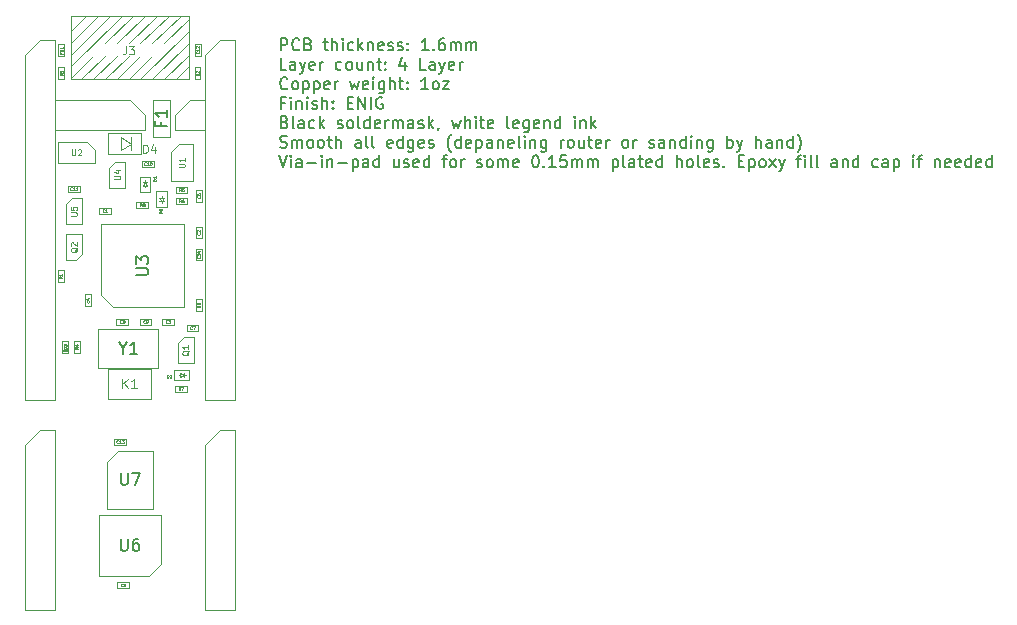
<source format=gbr>
%TF.GenerationSoftware,KiCad,Pcbnew,(5.1.6-0-10_14)*%
%TF.CreationDate,2022-02-25T15:24:37-06:00*%
%TF.ProjectId,Bonsai_C4,426f6e73-6169-45f4-9334-2e6b69636164,rev?*%
%TF.SameCoordinates,Original*%
%TF.FileFunction,Other,Fab,Top*%
%FSLAX46Y46*%
G04 Gerber Fmt 4.6, Leading zero omitted, Abs format (unit mm)*
G04 Created by KiCad (PCBNEW (5.1.6-0-10_14)) date 2022-02-25 15:24:37*
%MOMM*%
%LPD*%
G01*
G04 APERTURE LIST*
%ADD10C,0.150000*%
%ADD11C,0.100000*%
%ADD12C,0.120000*%
%ADD13C,0.050000*%
%ADD14C,0.025400*%
%ADD15C,0.066040*%
%ADD16C,0.040000*%
%ADD17C,0.075000*%
%ADD18C,0.063500*%
G04 APERTURE END LIST*
D10*
X120395595Y-99642380D02*
X120395595Y-98642380D01*
X120776547Y-98642380D01*
X120871785Y-98690000D01*
X120919404Y-98737619D01*
X120967023Y-98832857D01*
X120967023Y-98975714D01*
X120919404Y-99070952D01*
X120871785Y-99118571D01*
X120776547Y-99166190D01*
X120395595Y-99166190D01*
X121967023Y-99547142D02*
X121919404Y-99594761D01*
X121776547Y-99642380D01*
X121681309Y-99642380D01*
X121538452Y-99594761D01*
X121443214Y-99499523D01*
X121395595Y-99404285D01*
X121347976Y-99213809D01*
X121347976Y-99070952D01*
X121395595Y-98880476D01*
X121443214Y-98785238D01*
X121538452Y-98690000D01*
X121681309Y-98642380D01*
X121776547Y-98642380D01*
X121919404Y-98690000D01*
X121967023Y-98737619D01*
X122728928Y-99118571D02*
X122871785Y-99166190D01*
X122919404Y-99213809D01*
X122967023Y-99309047D01*
X122967023Y-99451904D01*
X122919404Y-99547142D01*
X122871785Y-99594761D01*
X122776547Y-99642380D01*
X122395595Y-99642380D01*
X122395595Y-98642380D01*
X122728928Y-98642380D01*
X122824166Y-98690000D01*
X122871785Y-98737619D01*
X122919404Y-98832857D01*
X122919404Y-98928095D01*
X122871785Y-99023333D01*
X122824166Y-99070952D01*
X122728928Y-99118571D01*
X122395595Y-99118571D01*
X124014642Y-98975714D02*
X124395595Y-98975714D01*
X124157500Y-98642380D02*
X124157500Y-99499523D01*
X124205119Y-99594761D01*
X124300357Y-99642380D01*
X124395595Y-99642380D01*
X124728928Y-99642380D02*
X124728928Y-98642380D01*
X125157500Y-99642380D02*
X125157500Y-99118571D01*
X125109880Y-99023333D01*
X125014642Y-98975714D01*
X124871785Y-98975714D01*
X124776547Y-99023333D01*
X124728928Y-99070952D01*
X125633690Y-99642380D02*
X125633690Y-98975714D01*
X125633690Y-98642380D02*
X125586071Y-98690000D01*
X125633690Y-98737619D01*
X125681309Y-98690000D01*
X125633690Y-98642380D01*
X125633690Y-98737619D01*
X126538452Y-99594761D02*
X126443214Y-99642380D01*
X126252738Y-99642380D01*
X126157500Y-99594761D01*
X126109880Y-99547142D01*
X126062261Y-99451904D01*
X126062261Y-99166190D01*
X126109880Y-99070952D01*
X126157500Y-99023333D01*
X126252738Y-98975714D01*
X126443214Y-98975714D01*
X126538452Y-99023333D01*
X126967023Y-99642380D02*
X126967023Y-98642380D01*
X127062261Y-99261428D02*
X127347976Y-99642380D01*
X127347976Y-98975714D02*
X126967023Y-99356666D01*
X127776547Y-98975714D02*
X127776547Y-99642380D01*
X127776547Y-99070952D02*
X127824166Y-99023333D01*
X127919404Y-98975714D01*
X128062261Y-98975714D01*
X128157500Y-99023333D01*
X128205119Y-99118571D01*
X128205119Y-99642380D01*
X129062261Y-99594761D02*
X128967023Y-99642380D01*
X128776547Y-99642380D01*
X128681309Y-99594761D01*
X128633690Y-99499523D01*
X128633690Y-99118571D01*
X128681309Y-99023333D01*
X128776547Y-98975714D01*
X128967023Y-98975714D01*
X129062261Y-99023333D01*
X129109880Y-99118571D01*
X129109880Y-99213809D01*
X128633690Y-99309047D01*
X129490833Y-99594761D02*
X129586071Y-99642380D01*
X129776547Y-99642380D01*
X129871785Y-99594761D01*
X129919404Y-99499523D01*
X129919404Y-99451904D01*
X129871785Y-99356666D01*
X129776547Y-99309047D01*
X129633690Y-99309047D01*
X129538452Y-99261428D01*
X129490833Y-99166190D01*
X129490833Y-99118571D01*
X129538452Y-99023333D01*
X129633690Y-98975714D01*
X129776547Y-98975714D01*
X129871785Y-99023333D01*
X130300357Y-99594761D02*
X130395595Y-99642380D01*
X130586071Y-99642380D01*
X130681309Y-99594761D01*
X130728928Y-99499523D01*
X130728928Y-99451904D01*
X130681309Y-99356666D01*
X130586071Y-99309047D01*
X130443214Y-99309047D01*
X130347976Y-99261428D01*
X130300357Y-99166190D01*
X130300357Y-99118571D01*
X130347976Y-99023333D01*
X130443214Y-98975714D01*
X130586071Y-98975714D01*
X130681309Y-99023333D01*
X131157500Y-99547142D02*
X131205119Y-99594761D01*
X131157500Y-99642380D01*
X131109880Y-99594761D01*
X131157500Y-99547142D01*
X131157500Y-99642380D01*
X131157500Y-99023333D02*
X131205119Y-99070952D01*
X131157500Y-99118571D01*
X131109880Y-99070952D01*
X131157500Y-99023333D01*
X131157500Y-99118571D01*
X132919404Y-99642380D02*
X132347976Y-99642380D01*
X132633690Y-99642380D02*
X132633690Y-98642380D01*
X132538452Y-98785238D01*
X132443214Y-98880476D01*
X132347976Y-98928095D01*
X133347976Y-99547142D02*
X133395595Y-99594761D01*
X133347976Y-99642380D01*
X133300357Y-99594761D01*
X133347976Y-99547142D01*
X133347976Y-99642380D01*
X134252738Y-98642380D02*
X134062261Y-98642380D01*
X133967023Y-98690000D01*
X133919404Y-98737619D01*
X133824166Y-98880476D01*
X133776547Y-99070952D01*
X133776547Y-99451904D01*
X133824166Y-99547142D01*
X133871785Y-99594761D01*
X133967023Y-99642380D01*
X134157500Y-99642380D01*
X134252738Y-99594761D01*
X134300357Y-99547142D01*
X134347976Y-99451904D01*
X134347976Y-99213809D01*
X134300357Y-99118571D01*
X134252738Y-99070952D01*
X134157500Y-99023333D01*
X133967023Y-99023333D01*
X133871785Y-99070952D01*
X133824166Y-99118571D01*
X133776547Y-99213809D01*
X134776547Y-99642380D02*
X134776547Y-98975714D01*
X134776547Y-99070952D02*
X134824166Y-99023333D01*
X134919404Y-98975714D01*
X135062261Y-98975714D01*
X135157500Y-99023333D01*
X135205119Y-99118571D01*
X135205119Y-99642380D01*
X135205119Y-99118571D02*
X135252738Y-99023333D01*
X135347976Y-98975714D01*
X135490833Y-98975714D01*
X135586071Y-99023333D01*
X135633690Y-99118571D01*
X135633690Y-99642380D01*
X136109880Y-99642380D02*
X136109880Y-98975714D01*
X136109880Y-99070952D02*
X136157500Y-99023333D01*
X136252738Y-98975714D01*
X136395595Y-98975714D01*
X136490833Y-99023333D01*
X136538452Y-99118571D01*
X136538452Y-99642380D01*
X136538452Y-99118571D02*
X136586071Y-99023333D01*
X136681309Y-98975714D01*
X136824166Y-98975714D01*
X136919404Y-99023333D01*
X136967023Y-99118571D01*
X136967023Y-99642380D01*
X120871785Y-101292380D02*
X120395595Y-101292380D01*
X120395595Y-100292380D01*
X121633690Y-101292380D02*
X121633690Y-100768571D01*
X121586071Y-100673333D01*
X121490833Y-100625714D01*
X121300357Y-100625714D01*
X121205119Y-100673333D01*
X121633690Y-101244761D02*
X121538452Y-101292380D01*
X121300357Y-101292380D01*
X121205119Y-101244761D01*
X121157500Y-101149523D01*
X121157500Y-101054285D01*
X121205119Y-100959047D01*
X121300357Y-100911428D01*
X121538452Y-100911428D01*
X121633690Y-100863809D01*
X122014642Y-100625714D02*
X122252738Y-101292380D01*
X122490833Y-100625714D02*
X122252738Y-101292380D01*
X122157500Y-101530476D01*
X122109880Y-101578095D01*
X122014642Y-101625714D01*
X123252738Y-101244761D02*
X123157500Y-101292380D01*
X122967023Y-101292380D01*
X122871785Y-101244761D01*
X122824166Y-101149523D01*
X122824166Y-100768571D01*
X122871785Y-100673333D01*
X122967023Y-100625714D01*
X123157500Y-100625714D01*
X123252738Y-100673333D01*
X123300357Y-100768571D01*
X123300357Y-100863809D01*
X122824166Y-100959047D01*
X123728928Y-101292380D02*
X123728928Y-100625714D01*
X123728928Y-100816190D02*
X123776547Y-100720952D01*
X123824166Y-100673333D01*
X123919404Y-100625714D01*
X124014642Y-100625714D01*
X125538452Y-101244761D02*
X125443214Y-101292380D01*
X125252738Y-101292380D01*
X125157500Y-101244761D01*
X125109880Y-101197142D01*
X125062261Y-101101904D01*
X125062261Y-100816190D01*
X125109880Y-100720952D01*
X125157500Y-100673333D01*
X125252738Y-100625714D01*
X125443214Y-100625714D01*
X125538452Y-100673333D01*
X126109880Y-101292380D02*
X126014642Y-101244761D01*
X125967023Y-101197142D01*
X125919404Y-101101904D01*
X125919404Y-100816190D01*
X125967023Y-100720952D01*
X126014642Y-100673333D01*
X126109880Y-100625714D01*
X126252738Y-100625714D01*
X126347976Y-100673333D01*
X126395595Y-100720952D01*
X126443214Y-100816190D01*
X126443214Y-101101904D01*
X126395595Y-101197142D01*
X126347976Y-101244761D01*
X126252738Y-101292380D01*
X126109880Y-101292380D01*
X127300357Y-100625714D02*
X127300357Y-101292380D01*
X126871785Y-100625714D02*
X126871785Y-101149523D01*
X126919404Y-101244761D01*
X127014642Y-101292380D01*
X127157500Y-101292380D01*
X127252738Y-101244761D01*
X127300357Y-101197142D01*
X127776547Y-100625714D02*
X127776547Y-101292380D01*
X127776547Y-100720952D02*
X127824166Y-100673333D01*
X127919404Y-100625714D01*
X128062261Y-100625714D01*
X128157500Y-100673333D01*
X128205119Y-100768571D01*
X128205119Y-101292380D01*
X128538452Y-100625714D02*
X128919404Y-100625714D01*
X128681309Y-100292380D02*
X128681309Y-101149523D01*
X128728928Y-101244761D01*
X128824166Y-101292380D01*
X128919404Y-101292380D01*
X129252738Y-101197142D02*
X129300357Y-101244761D01*
X129252738Y-101292380D01*
X129205119Y-101244761D01*
X129252738Y-101197142D01*
X129252738Y-101292380D01*
X129252738Y-100673333D02*
X129300357Y-100720952D01*
X129252738Y-100768571D01*
X129205119Y-100720952D01*
X129252738Y-100673333D01*
X129252738Y-100768571D01*
X130919404Y-100625714D02*
X130919404Y-101292380D01*
X130681309Y-100244761D02*
X130443214Y-100959047D01*
X131062261Y-100959047D01*
X132681309Y-101292380D02*
X132205119Y-101292380D01*
X132205119Y-100292380D01*
X133443214Y-101292380D02*
X133443214Y-100768571D01*
X133395595Y-100673333D01*
X133300357Y-100625714D01*
X133109880Y-100625714D01*
X133014642Y-100673333D01*
X133443214Y-101244761D02*
X133347976Y-101292380D01*
X133109880Y-101292380D01*
X133014642Y-101244761D01*
X132967023Y-101149523D01*
X132967023Y-101054285D01*
X133014642Y-100959047D01*
X133109880Y-100911428D01*
X133347976Y-100911428D01*
X133443214Y-100863809D01*
X133824166Y-100625714D02*
X134062261Y-101292380D01*
X134300357Y-100625714D02*
X134062261Y-101292380D01*
X133967023Y-101530476D01*
X133919404Y-101578095D01*
X133824166Y-101625714D01*
X135062261Y-101244761D02*
X134967023Y-101292380D01*
X134776547Y-101292380D01*
X134681309Y-101244761D01*
X134633690Y-101149523D01*
X134633690Y-100768571D01*
X134681309Y-100673333D01*
X134776547Y-100625714D01*
X134967023Y-100625714D01*
X135062261Y-100673333D01*
X135109880Y-100768571D01*
X135109880Y-100863809D01*
X134633690Y-100959047D01*
X135538452Y-101292380D02*
X135538452Y-100625714D01*
X135538452Y-100816190D02*
X135586071Y-100720952D01*
X135633690Y-100673333D01*
X135728928Y-100625714D01*
X135824166Y-100625714D01*
X120967023Y-102847142D02*
X120919404Y-102894761D01*
X120776547Y-102942380D01*
X120681309Y-102942380D01*
X120538452Y-102894761D01*
X120443214Y-102799523D01*
X120395595Y-102704285D01*
X120347976Y-102513809D01*
X120347976Y-102370952D01*
X120395595Y-102180476D01*
X120443214Y-102085238D01*
X120538452Y-101990000D01*
X120681309Y-101942380D01*
X120776547Y-101942380D01*
X120919404Y-101990000D01*
X120967023Y-102037619D01*
X121538452Y-102942380D02*
X121443214Y-102894761D01*
X121395595Y-102847142D01*
X121347976Y-102751904D01*
X121347976Y-102466190D01*
X121395595Y-102370952D01*
X121443214Y-102323333D01*
X121538452Y-102275714D01*
X121681309Y-102275714D01*
X121776547Y-102323333D01*
X121824166Y-102370952D01*
X121871785Y-102466190D01*
X121871785Y-102751904D01*
X121824166Y-102847142D01*
X121776547Y-102894761D01*
X121681309Y-102942380D01*
X121538452Y-102942380D01*
X122300357Y-102275714D02*
X122300357Y-103275714D01*
X122300357Y-102323333D02*
X122395595Y-102275714D01*
X122586071Y-102275714D01*
X122681309Y-102323333D01*
X122728928Y-102370952D01*
X122776547Y-102466190D01*
X122776547Y-102751904D01*
X122728928Y-102847142D01*
X122681309Y-102894761D01*
X122586071Y-102942380D01*
X122395595Y-102942380D01*
X122300357Y-102894761D01*
X123205119Y-102275714D02*
X123205119Y-103275714D01*
X123205119Y-102323333D02*
X123300357Y-102275714D01*
X123490833Y-102275714D01*
X123586071Y-102323333D01*
X123633690Y-102370952D01*
X123681309Y-102466190D01*
X123681309Y-102751904D01*
X123633690Y-102847142D01*
X123586071Y-102894761D01*
X123490833Y-102942380D01*
X123300357Y-102942380D01*
X123205119Y-102894761D01*
X124490833Y-102894761D02*
X124395595Y-102942380D01*
X124205119Y-102942380D01*
X124109880Y-102894761D01*
X124062261Y-102799523D01*
X124062261Y-102418571D01*
X124109880Y-102323333D01*
X124205119Y-102275714D01*
X124395595Y-102275714D01*
X124490833Y-102323333D01*
X124538452Y-102418571D01*
X124538452Y-102513809D01*
X124062261Y-102609047D01*
X124967023Y-102942380D02*
X124967023Y-102275714D01*
X124967023Y-102466190D02*
X125014642Y-102370952D01*
X125062261Y-102323333D01*
X125157500Y-102275714D01*
X125252738Y-102275714D01*
X126252738Y-102275714D02*
X126443214Y-102942380D01*
X126633690Y-102466190D01*
X126824166Y-102942380D01*
X127014642Y-102275714D01*
X127776547Y-102894761D02*
X127681309Y-102942380D01*
X127490833Y-102942380D01*
X127395595Y-102894761D01*
X127347976Y-102799523D01*
X127347976Y-102418571D01*
X127395595Y-102323333D01*
X127490833Y-102275714D01*
X127681309Y-102275714D01*
X127776547Y-102323333D01*
X127824166Y-102418571D01*
X127824166Y-102513809D01*
X127347976Y-102609047D01*
X128252738Y-102942380D02*
X128252738Y-102275714D01*
X128252738Y-101942380D02*
X128205119Y-101990000D01*
X128252738Y-102037619D01*
X128300357Y-101990000D01*
X128252738Y-101942380D01*
X128252738Y-102037619D01*
X129157500Y-102275714D02*
X129157500Y-103085238D01*
X129109880Y-103180476D01*
X129062261Y-103228095D01*
X128967023Y-103275714D01*
X128824166Y-103275714D01*
X128728928Y-103228095D01*
X129157500Y-102894761D02*
X129062261Y-102942380D01*
X128871785Y-102942380D01*
X128776547Y-102894761D01*
X128728928Y-102847142D01*
X128681309Y-102751904D01*
X128681309Y-102466190D01*
X128728928Y-102370952D01*
X128776547Y-102323333D01*
X128871785Y-102275714D01*
X129062261Y-102275714D01*
X129157500Y-102323333D01*
X129633690Y-102942380D02*
X129633690Y-101942380D01*
X130062261Y-102942380D02*
X130062261Y-102418571D01*
X130014642Y-102323333D01*
X129919404Y-102275714D01*
X129776547Y-102275714D01*
X129681309Y-102323333D01*
X129633690Y-102370952D01*
X130395595Y-102275714D02*
X130776547Y-102275714D01*
X130538452Y-101942380D02*
X130538452Y-102799523D01*
X130586071Y-102894761D01*
X130681309Y-102942380D01*
X130776547Y-102942380D01*
X131109880Y-102847142D02*
X131157500Y-102894761D01*
X131109880Y-102942380D01*
X131062261Y-102894761D01*
X131109880Y-102847142D01*
X131109880Y-102942380D01*
X131109880Y-102323333D02*
X131157500Y-102370952D01*
X131109880Y-102418571D01*
X131062261Y-102370952D01*
X131109880Y-102323333D01*
X131109880Y-102418571D01*
X132871785Y-102942380D02*
X132300357Y-102942380D01*
X132586071Y-102942380D02*
X132586071Y-101942380D01*
X132490833Y-102085238D01*
X132395595Y-102180476D01*
X132300357Y-102228095D01*
X133443214Y-102942380D02*
X133347976Y-102894761D01*
X133300357Y-102847142D01*
X133252738Y-102751904D01*
X133252738Y-102466190D01*
X133300357Y-102370952D01*
X133347976Y-102323333D01*
X133443214Y-102275714D01*
X133586071Y-102275714D01*
X133681309Y-102323333D01*
X133728928Y-102370952D01*
X133776547Y-102466190D01*
X133776547Y-102751904D01*
X133728928Y-102847142D01*
X133681309Y-102894761D01*
X133586071Y-102942380D01*
X133443214Y-102942380D01*
X134109880Y-102275714D02*
X134633690Y-102275714D01*
X134109880Y-102942380D01*
X134633690Y-102942380D01*
X120728928Y-104068571D02*
X120395595Y-104068571D01*
X120395595Y-104592380D02*
X120395595Y-103592380D01*
X120871785Y-103592380D01*
X121252738Y-104592380D02*
X121252738Y-103925714D01*
X121252738Y-103592380D02*
X121205119Y-103640000D01*
X121252738Y-103687619D01*
X121300357Y-103640000D01*
X121252738Y-103592380D01*
X121252738Y-103687619D01*
X121728928Y-103925714D02*
X121728928Y-104592380D01*
X121728928Y-104020952D02*
X121776547Y-103973333D01*
X121871785Y-103925714D01*
X122014642Y-103925714D01*
X122109880Y-103973333D01*
X122157500Y-104068571D01*
X122157500Y-104592380D01*
X122633690Y-104592380D02*
X122633690Y-103925714D01*
X122633690Y-103592380D02*
X122586071Y-103640000D01*
X122633690Y-103687619D01*
X122681309Y-103640000D01*
X122633690Y-103592380D01*
X122633690Y-103687619D01*
X123062261Y-104544761D02*
X123157500Y-104592380D01*
X123347976Y-104592380D01*
X123443214Y-104544761D01*
X123490833Y-104449523D01*
X123490833Y-104401904D01*
X123443214Y-104306666D01*
X123347976Y-104259047D01*
X123205119Y-104259047D01*
X123109880Y-104211428D01*
X123062261Y-104116190D01*
X123062261Y-104068571D01*
X123109880Y-103973333D01*
X123205119Y-103925714D01*
X123347976Y-103925714D01*
X123443214Y-103973333D01*
X123919404Y-104592380D02*
X123919404Y-103592380D01*
X124347976Y-104592380D02*
X124347976Y-104068571D01*
X124300357Y-103973333D01*
X124205119Y-103925714D01*
X124062261Y-103925714D01*
X123967023Y-103973333D01*
X123919404Y-104020952D01*
X124824166Y-104497142D02*
X124871785Y-104544761D01*
X124824166Y-104592380D01*
X124776547Y-104544761D01*
X124824166Y-104497142D01*
X124824166Y-104592380D01*
X124824166Y-103973333D02*
X124871785Y-104020952D01*
X124824166Y-104068571D01*
X124776547Y-104020952D01*
X124824166Y-103973333D01*
X124824166Y-104068571D01*
X126062261Y-104068571D02*
X126395595Y-104068571D01*
X126538452Y-104592380D02*
X126062261Y-104592380D01*
X126062261Y-103592380D01*
X126538452Y-103592380D01*
X126967023Y-104592380D02*
X126967023Y-103592380D01*
X127538452Y-104592380D01*
X127538452Y-103592380D01*
X128014642Y-104592380D02*
X128014642Y-103592380D01*
X129014642Y-103640000D02*
X128919404Y-103592380D01*
X128776547Y-103592380D01*
X128633690Y-103640000D01*
X128538452Y-103735238D01*
X128490833Y-103830476D01*
X128443214Y-104020952D01*
X128443214Y-104163809D01*
X128490833Y-104354285D01*
X128538452Y-104449523D01*
X128633690Y-104544761D01*
X128776547Y-104592380D01*
X128871785Y-104592380D01*
X129014642Y-104544761D01*
X129062261Y-104497142D01*
X129062261Y-104163809D01*
X128871785Y-104163809D01*
X120728928Y-105718571D02*
X120871785Y-105766190D01*
X120919404Y-105813809D01*
X120967023Y-105909047D01*
X120967023Y-106051904D01*
X120919404Y-106147142D01*
X120871785Y-106194761D01*
X120776547Y-106242380D01*
X120395595Y-106242380D01*
X120395595Y-105242380D01*
X120728928Y-105242380D01*
X120824166Y-105290000D01*
X120871785Y-105337619D01*
X120919404Y-105432857D01*
X120919404Y-105528095D01*
X120871785Y-105623333D01*
X120824166Y-105670952D01*
X120728928Y-105718571D01*
X120395595Y-105718571D01*
X121538452Y-106242380D02*
X121443214Y-106194761D01*
X121395595Y-106099523D01*
X121395595Y-105242380D01*
X122347976Y-106242380D02*
X122347976Y-105718571D01*
X122300357Y-105623333D01*
X122205119Y-105575714D01*
X122014642Y-105575714D01*
X121919404Y-105623333D01*
X122347976Y-106194761D02*
X122252738Y-106242380D01*
X122014642Y-106242380D01*
X121919404Y-106194761D01*
X121871785Y-106099523D01*
X121871785Y-106004285D01*
X121919404Y-105909047D01*
X122014642Y-105861428D01*
X122252738Y-105861428D01*
X122347976Y-105813809D01*
X123252738Y-106194761D02*
X123157500Y-106242380D01*
X122967023Y-106242380D01*
X122871785Y-106194761D01*
X122824166Y-106147142D01*
X122776547Y-106051904D01*
X122776547Y-105766190D01*
X122824166Y-105670952D01*
X122871785Y-105623333D01*
X122967023Y-105575714D01*
X123157500Y-105575714D01*
X123252738Y-105623333D01*
X123681309Y-106242380D02*
X123681309Y-105242380D01*
X123776547Y-105861428D02*
X124062261Y-106242380D01*
X124062261Y-105575714D02*
X123681309Y-105956666D01*
X125205119Y-106194761D02*
X125300357Y-106242380D01*
X125490833Y-106242380D01*
X125586071Y-106194761D01*
X125633690Y-106099523D01*
X125633690Y-106051904D01*
X125586071Y-105956666D01*
X125490833Y-105909047D01*
X125347976Y-105909047D01*
X125252738Y-105861428D01*
X125205119Y-105766190D01*
X125205119Y-105718571D01*
X125252738Y-105623333D01*
X125347976Y-105575714D01*
X125490833Y-105575714D01*
X125586071Y-105623333D01*
X126205119Y-106242380D02*
X126109880Y-106194761D01*
X126062261Y-106147142D01*
X126014642Y-106051904D01*
X126014642Y-105766190D01*
X126062261Y-105670952D01*
X126109880Y-105623333D01*
X126205119Y-105575714D01*
X126347976Y-105575714D01*
X126443214Y-105623333D01*
X126490833Y-105670952D01*
X126538452Y-105766190D01*
X126538452Y-106051904D01*
X126490833Y-106147142D01*
X126443214Y-106194761D01*
X126347976Y-106242380D01*
X126205119Y-106242380D01*
X127109880Y-106242380D02*
X127014642Y-106194761D01*
X126967023Y-106099523D01*
X126967023Y-105242380D01*
X127919404Y-106242380D02*
X127919404Y-105242380D01*
X127919404Y-106194761D02*
X127824166Y-106242380D01*
X127633690Y-106242380D01*
X127538452Y-106194761D01*
X127490833Y-106147142D01*
X127443214Y-106051904D01*
X127443214Y-105766190D01*
X127490833Y-105670952D01*
X127538452Y-105623333D01*
X127633690Y-105575714D01*
X127824166Y-105575714D01*
X127919404Y-105623333D01*
X128776547Y-106194761D02*
X128681309Y-106242380D01*
X128490833Y-106242380D01*
X128395595Y-106194761D01*
X128347976Y-106099523D01*
X128347976Y-105718571D01*
X128395595Y-105623333D01*
X128490833Y-105575714D01*
X128681309Y-105575714D01*
X128776547Y-105623333D01*
X128824166Y-105718571D01*
X128824166Y-105813809D01*
X128347976Y-105909047D01*
X129252738Y-106242380D02*
X129252738Y-105575714D01*
X129252738Y-105766190D02*
X129300357Y-105670952D01*
X129347976Y-105623333D01*
X129443214Y-105575714D01*
X129538452Y-105575714D01*
X129871785Y-106242380D02*
X129871785Y-105575714D01*
X129871785Y-105670952D02*
X129919404Y-105623333D01*
X130014642Y-105575714D01*
X130157500Y-105575714D01*
X130252738Y-105623333D01*
X130300357Y-105718571D01*
X130300357Y-106242380D01*
X130300357Y-105718571D02*
X130347976Y-105623333D01*
X130443214Y-105575714D01*
X130586071Y-105575714D01*
X130681309Y-105623333D01*
X130728928Y-105718571D01*
X130728928Y-106242380D01*
X131633690Y-106242380D02*
X131633690Y-105718571D01*
X131586071Y-105623333D01*
X131490833Y-105575714D01*
X131300357Y-105575714D01*
X131205119Y-105623333D01*
X131633690Y-106194761D02*
X131538452Y-106242380D01*
X131300357Y-106242380D01*
X131205119Y-106194761D01*
X131157500Y-106099523D01*
X131157500Y-106004285D01*
X131205119Y-105909047D01*
X131300357Y-105861428D01*
X131538452Y-105861428D01*
X131633690Y-105813809D01*
X132062261Y-106194761D02*
X132157500Y-106242380D01*
X132347976Y-106242380D01*
X132443214Y-106194761D01*
X132490833Y-106099523D01*
X132490833Y-106051904D01*
X132443214Y-105956666D01*
X132347976Y-105909047D01*
X132205119Y-105909047D01*
X132109880Y-105861428D01*
X132062261Y-105766190D01*
X132062261Y-105718571D01*
X132109880Y-105623333D01*
X132205119Y-105575714D01*
X132347976Y-105575714D01*
X132443214Y-105623333D01*
X132919404Y-106242380D02*
X132919404Y-105242380D01*
X133014642Y-105861428D02*
X133300357Y-106242380D01*
X133300357Y-105575714D02*
X132919404Y-105956666D01*
X133776547Y-106194761D02*
X133776547Y-106242380D01*
X133728928Y-106337619D01*
X133681309Y-106385238D01*
X134871785Y-105575714D02*
X135062261Y-106242380D01*
X135252738Y-105766190D01*
X135443214Y-106242380D01*
X135633690Y-105575714D01*
X136014642Y-106242380D02*
X136014642Y-105242380D01*
X136443214Y-106242380D02*
X136443214Y-105718571D01*
X136395595Y-105623333D01*
X136300357Y-105575714D01*
X136157500Y-105575714D01*
X136062261Y-105623333D01*
X136014642Y-105670952D01*
X136919404Y-106242380D02*
X136919404Y-105575714D01*
X136919404Y-105242380D02*
X136871785Y-105290000D01*
X136919404Y-105337619D01*
X136967023Y-105290000D01*
X136919404Y-105242380D01*
X136919404Y-105337619D01*
X137252738Y-105575714D02*
X137633690Y-105575714D01*
X137395595Y-105242380D02*
X137395595Y-106099523D01*
X137443214Y-106194761D01*
X137538452Y-106242380D01*
X137633690Y-106242380D01*
X138347976Y-106194761D02*
X138252738Y-106242380D01*
X138062261Y-106242380D01*
X137967023Y-106194761D01*
X137919404Y-106099523D01*
X137919404Y-105718571D01*
X137967023Y-105623333D01*
X138062261Y-105575714D01*
X138252738Y-105575714D01*
X138347976Y-105623333D01*
X138395595Y-105718571D01*
X138395595Y-105813809D01*
X137919404Y-105909047D01*
X139728928Y-106242380D02*
X139633690Y-106194761D01*
X139586071Y-106099523D01*
X139586071Y-105242380D01*
X140490833Y-106194761D02*
X140395595Y-106242380D01*
X140205119Y-106242380D01*
X140109880Y-106194761D01*
X140062261Y-106099523D01*
X140062261Y-105718571D01*
X140109880Y-105623333D01*
X140205119Y-105575714D01*
X140395595Y-105575714D01*
X140490833Y-105623333D01*
X140538452Y-105718571D01*
X140538452Y-105813809D01*
X140062261Y-105909047D01*
X141395595Y-105575714D02*
X141395595Y-106385238D01*
X141347976Y-106480476D01*
X141300357Y-106528095D01*
X141205119Y-106575714D01*
X141062261Y-106575714D01*
X140967023Y-106528095D01*
X141395595Y-106194761D02*
X141300357Y-106242380D01*
X141109880Y-106242380D01*
X141014642Y-106194761D01*
X140967023Y-106147142D01*
X140919404Y-106051904D01*
X140919404Y-105766190D01*
X140967023Y-105670952D01*
X141014642Y-105623333D01*
X141109880Y-105575714D01*
X141300357Y-105575714D01*
X141395595Y-105623333D01*
X142252738Y-106194761D02*
X142157500Y-106242380D01*
X141967023Y-106242380D01*
X141871785Y-106194761D01*
X141824166Y-106099523D01*
X141824166Y-105718571D01*
X141871785Y-105623333D01*
X141967023Y-105575714D01*
X142157500Y-105575714D01*
X142252738Y-105623333D01*
X142300357Y-105718571D01*
X142300357Y-105813809D01*
X141824166Y-105909047D01*
X142728928Y-105575714D02*
X142728928Y-106242380D01*
X142728928Y-105670952D02*
X142776547Y-105623333D01*
X142871785Y-105575714D01*
X143014642Y-105575714D01*
X143109880Y-105623333D01*
X143157500Y-105718571D01*
X143157500Y-106242380D01*
X144062261Y-106242380D02*
X144062261Y-105242380D01*
X144062261Y-106194761D02*
X143967023Y-106242380D01*
X143776547Y-106242380D01*
X143681309Y-106194761D01*
X143633690Y-106147142D01*
X143586071Y-106051904D01*
X143586071Y-105766190D01*
X143633690Y-105670952D01*
X143681309Y-105623333D01*
X143776547Y-105575714D01*
X143967023Y-105575714D01*
X144062261Y-105623333D01*
X145300357Y-106242380D02*
X145300357Y-105575714D01*
X145300357Y-105242380D02*
X145252738Y-105290000D01*
X145300357Y-105337619D01*
X145347976Y-105290000D01*
X145300357Y-105242380D01*
X145300357Y-105337619D01*
X145776547Y-105575714D02*
X145776547Y-106242380D01*
X145776547Y-105670952D02*
X145824166Y-105623333D01*
X145919404Y-105575714D01*
X146062261Y-105575714D01*
X146157500Y-105623333D01*
X146205119Y-105718571D01*
X146205119Y-106242380D01*
X146681309Y-106242380D02*
X146681309Y-105242380D01*
X146776547Y-105861428D02*
X147062261Y-106242380D01*
X147062261Y-105575714D02*
X146681309Y-105956666D01*
X120347976Y-107844761D02*
X120490833Y-107892380D01*
X120728928Y-107892380D01*
X120824166Y-107844761D01*
X120871785Y-107797142D01*
X120919404Y-107701904D01*
X120919404Y-107606666D01*
X120871785Y-107511428D01*
X120824166Y-107463809D01*
X120728928Y-107416190D01*
X120538452Y-107368571D01*
X120443214Y-107320952D01*
X120395595Y-107273333D01*
X120347976Y-107178095D01*
X120347976Y-107082857D01*
X120395595Y-106987619D01*
X120443214Y-106940000D01*
X120538452Y-106892380D01*
X120776547Y-106892380D01*
X120919404Y-106940000D01*
X121347976Y-107892380D02*
X121347976Y-107225714D01*
X121347976Y-107320952D02*
X121395595Y-107273333D01*
X121490833Y-107225714D01*
X121633690Y-107225714D01*
X121728928Y-107273333D01*
X121776547Y-107368571D01*
X121776547Y-107892380D01*
X121776547Y-107368571D02*
X121824166Y-107273333D01*
X121919404Y-107225714D01*
X122062261Y-107225714D01*
X122157500Y-107273333D01*
X122205119Y-107368571D01*
X122205119Y-107892380D01*
X122824166Y-107892380D02*
X122728928Y-107844761D01*
X122681309Y-107797142D01*
X122633690Y-107701904D01*
X122633690Y-107416190D01*
X122681309Y-107320952D01*
X122728928Y-107273333D01*
X122824166Y-107225714D01*
X122967023Y-107225714D01*
X123062261Y-107273333D01*
X123109880Y-107320952D01*
X123157500Y-107416190D01*
X123157500Y-107701904D01*
X123109880Y-107797142D01*
X123062261Y-107844761D01*
X122967023Y-107892380D01*
X122824166Y-107892380D01*
X123728928Y-107892380D02*
X123633690Y-107844761D01*
X123586071Y-107797142D01*
X123538452Y-107701904D01*
X123538452Y-107416190D01*
X123586071Y-107320952D01*
X123633690Y-107273333D01*
X123728928Y-107225714D01*
X123871785Y-107225714D01*
X123967023Y-107273333D01*
X124014642Y-107320952D01*
X124062261Y-107416190D01*
X124062261Y-107701904D01*
X124014642Y-107797142D01*
X123967023Y-107844761D01*
X123871785Y-107892380D01*
X123728928Y-107892380D01*
X124347976Y-107225714D02*
X124728928Y-107225714D01*
X124490833Y-106892380D02*
X124490833Y-107749523D01*
X124538452Y-107844761D01*
X124633690Y-107892380D01*
X124728928Y-107892380D01*
X125062261Y-107892380D02*
X125062261Y-106892380D01*
X125490833Y-107892380D02*
X125490833Y-107368571D01*
X125443214Y-107273333D01*
X125347976Y-107225714D01*
X125205119Y-107225714D01*
X125109880Y-107273333D01*
X125062261Y-107320952D01*
X127157500Y-107892380D02*
X127157500Y-107368571D01*
X127109880Y-107273333D01*
X127014642Y-107225714D01*
X126824166Y-107225714D01*
X126728928Y-107273333D01*
X127157500Y-107844761D02*
X127062261Y-107892380D01*
X126824166Y-107892380D01*
X126728928Y-107844761D01*
X126681309Y-107749523D01*
X126681309Y-107654285D01*
X126728928Y-107559047D01*
X126824166Y-107511428D01*
X127062261Y-107511428D01*
X127157500Y-107463809D01*
X127776547Y-107892380D02*
X127681309Y-107844761D01*
X127633690Y-107749523D01*
X127633690Y-106892380D01*
X128300357Y-107892380D02*
X128205119Y-107844761D01*
X128157500Y-107749523D01*
X128157500Y-106892380D01*
X129824166Y-107844761D02*
X129728928Y-107892380D01*
X129538452Y-107892380D01*
X129443214Y-107844761D01*
X129395595Y-107749523D01*
X129395595Y-107368571D01*
X129443214Y-107273333D01*
X129538452Y-107225714D01*
X129728928Y-107225714D01*
X129824166Y-107273333D01*
X129871785Y-107368571D01*
X129871785Y-107463809D01*
X129395595Y-107559047D01*
X130728928Y-107892380D02*
X130728928Y-106892380D01*
X130728928Y-107844761D02*
X130633690Y-107892380D01*
X130443214Y-107892380D01*
X130347976Y-107844761D01*
X130300357Y-107797142D01*
X130252738Y-107701904D01*
X130252738Y-107416190D01*
X130300357Y-107320952D01*
X130347976Y-107273333D01*
X130443214Y-107225714D01*
X130633690Y-107225714D01*
X130728928Y-107273333D01*
X131633690Y-107225714D02*
X131633690Y-108035238D01*
X131586071Y-108130476D01*
X131538452Y-108178095D01*
X131443214Y-108225714D01*
X131300357Y-108225714D01*
X131205119Y-108178095D01*
X131633690Y-107844761D02*
X131538452Y-107892380D01*
X131347976Y-107892380D01*
X131252738Y-107844761D01*
X131205119Y-107797142D01*
X131157500Y-107701904D01*
X131157500Y-107416190D01*
X131205119Y-107320952D01*
X131252738Y-107273333D01*
X131347976Y-107225714D01*
X131538452Y-107225714D01*
X131633690Y-107273333D01*
X132490833Y-107844761D02*
X132395595Y-107892380D01*
X132205119Y-107892380D01*
X132109880Y-107844761D01*
X132062261Y-107749523D01*
X132062261Y-107368571D01*
X132109880Y-107273333D01*
X132205119Y-107225714D01*
X132395595Y-107225714D01*
X132490833Y-107273333D01*
X132538452Y-107368571D01*
X132538452Y-107463809D01*
X132062261Y-107559047D01*
X132919404Y-107844761D02*
X133014642Y-107892380D01*
X133205119Y-107892380D01*
X133300357Y-107844761D01*
X133347976Y-107749523D01*
X133347976Y-107701904D01*
X133300357Y-107606666D01*
X133205119Y-107559047D01*
X133062261Y-107559047D01*
X132967023Y-107511428D01*
X132919404Y-107416190D01*
X132919404Y-107368571D01*
X132967023Y-107273333D01*
X133062261Y-107225714D01*
X133205119Y-107225714D01*
X133300357Y-107273333D01*
X134824166Y-108273333D02*
X134776547Y-108225714D01*
X134681309Y-108082857D01*
X134633690Y-107987619D01*
X134586071Y-107844761D01*
X134538452Y-107606666D01*
X134538452Y-107416190D01*
X134586071Y-107178095D01*
X134633690Y-107035238D01*
X134681309Y-106940000D01*
X134776547Y-106797142D01*
X134824166Y-106749523D01*
X135633690Y-107892380D02*
X135633690Y-106892380D01*
X135633690Y-107844761D02*
X135538452Y-107892380D01*
X135347976Y-107892380D01*
X135252738Y-107844761D01*
X135205119Y-107797142D01*
X135157500Y-107701904D01*
X135157500Y-107416190D01*
X135205119Y-107320952D01*
X135252738Y-107273333D01*
X135347976Y-107225714D01*
X135538452Y-107225714D01*
X135633690Y-107273333D01*
X136490833Y-107844761D02*
X136395595Y-107892380D01*
X136205119Y-107892380D01*
X136109880Y-107844761D01*
X136062261Y-107749523D01*
X136062261Y-107368571D01*
X136109880Y-107273333D01*
X136205119Y-107225714D01*
X136395595Y-107225714D01*
X136490833Y-107273333D01*
X136538452Y-107368571D01*
X136538452Y-107463809D01*
X136062261Y-107559047D01*
X136967023Y-107225714D02*
X136967023Y-108225714D01*
X136967023Y-107273333D02*
X137062261Y-107225714D01*
X137252738Y-107225714D01*
X137347976Y-107273333D01*
X137395595Y-107320952D01*
X137443214Y-107416190D01*
X137443214Y-107701904D01*
X137395595Y-107797142D01*
X137347976Y-107844761D01*
X137252738Y-107892380D01*
X137062261Y-107892380D01*
X136967023Y-107844761D01*
X138300357Y-107892380D02*
X138300357Y-107368571D01*
X138252738Y-107273333D01*
X138157500Y-107225714D01*
X137967023Y-107225714D01*
X137871785Y-107273333D01*
X138300357Y-107844761D02*
X138205119Y-107892380D01*
X137967023Y-107892380D01*
X137871785Y-107844761D01*
X137824166Y-107749523D01*
X137824166Y-107654285D01*
X137871785Y-107559047D01*
X137967023Y-107511428D01*
X138205119Y-107511428D01*
X138300357Y-107463809D01*
X138776547Y-107225714D02*
X138776547Y-107892380D01*
X138776547Y-107320952D02*
X138824166Y-107273333D01*
X138919404Y-107225714D01*
X139062261Y-107225714D01*
X139157500Y-107273333D01*
X139205119Y-107368571D01*
X139205119Y-107892380D01*
X140062261Y-107844761D02*
X139967023Y-107892380D01*
X139776547Y-107892380D01*
X139681309Y-107844761D01*
X139633690Y-107749523D01*
X139633690Y-107368571D01*
X139681309Y-107273333D01*
X139776547Y-107225714D01*
X139967023Y-107225714D01*
X140062261Y-107273333D01*
X140109880Y-107368571D01*
X140109880Y-107463809D01*
X139633690Y-107559047D01*
X140681309Y-107892380D02*
X140586071Y-107844761D01*
X140538452Y-107749523D01*
X140538452Y-106892380D01*
X141062261Y-107892380D02*
X141062261Y-107225714D01*
X141062261Y-106892380D02*
X141014642Y-106940000D01*
X141062261Y-106987619D01*
X141109880Y-106940000D01*
X141062261Y-106892380D01*
X141062261Y-106987619D01*
X141538452Y-107225714D02*
X141538452Y-107892380D01*
X141538452Y-107320952D02*
X141586071Y-107273333D01*
X141681309Y-107225714D01*
X141824166Y-107225714D01*
X141919404Y-107273333D01*
X141967023Y-107368571D01*
X141967023Y-107892380D01*
X142871785Y-107225714D02*
X142871785Y-108035238D01*
X142824166Y-108130476D01*
X142776547Y-108178095D01*
X142681309Y-108225714D01*
X142538452Y-108225714D01*
X142443214Y-108178095D01*
X142871785Y-107844761D02*
X142776547Y-107892380D01*
X142586071Y-107892380D01*
X142490833Y-107844761D01*
X142443214Y-107797142D01*
X142395595Y-107701904D01*
X142395595Y-107416190D01*
X142443214Y-107320952D01*
X142490833Y-107273333D01*
X142586071Y-107225714D01*
X142776547Y-107225714D01*
X142871785Y-107273333D01*
X144109880Y-107892380D02*
X144109880Y-107225714D01*
X144109880Y-107416190D02*
X144157500Y-107320952D01*
X144205119Y-107273333D01*
X144300357Y-107225714D01*
X144395595Y-107225714D01*
X144871785Y-107892380D02*
X144776547Y-107844761D01*
X144728928Y-107797142D01*
X144681309Y-107701904D01*
X144681309Y-107416190D01*
X144728928Y-107320952D01*
X144776547Y-107273333D01*
X144871785Y-107225714D01*
X145014642Y-107225714D01*
X145109880Y-107273333D01*
X145157500Y-107320952D01*
X145205119Y-107416190D01*
X145205119Y-107701904D01*
X145157500Y-107797142D01*
X145109880Y-107844761D01*
X145014642Y-107892380D01*
X144871785Y-107892380D01*
X146062261Y-107225714D02*
X146062261Y-107892380D01*
X145633690Y-107225714D02*
X145633690Y-107749523D01*
X145681309Y-107844761D01*
X145776547Y-107892380D01*
X145919404Y-107892380D01*
X146014642Y-107844761D01*
X146062261Y-107797142D01*
X146395595Y-107225714D02*
X146776547Y-107225714D01*
X146538452Y-106892380D02*
X146538452Y-107749523D01*
X146586071Y-107844761D01*
X146681309Y-107892380D01*
X146776547Y-107892380D01*
X147490833Y-107844761D02*
X147395595Y-107892380D01*
X147205119Y-107892380D01*
X147109880Y-107844761D01*
X147062261Y-107749523D01*
X147062261Y-107368571D01*
X147109880Y-107273333D01*
X147205119Y-107225714D01*
X147395595Y-107225714D01*
X147490833Y-107273333D01*
X147538452Y-107368571D01*
X147538452Y-107463809D01*
X147062261Y-107559047D01*
X147967023Y-107892380D02*
X147967023Y-107225714D01*
X147967023Y-107416190D02*
X148014642Y-107320952D01*
X148062261Y-107273333D01*
X148157500Y-107225714D01*
X148252738Y-107225714D01*
X149490833Y-107892380D02*
X149395595Y-107844761D01*
X149347976Y-107797142D01*
X149300357Y-107701904D01*
X149300357Y-107416190D01*
X149347976Y-107320952D01*
X149395595Y-107273333D01*
X149490833Y-107225714D01*
X149633690Y-107225714D01*
X149728928Y-107273333D01*
X149776547Y-107320952D01*
X149824166Y-107416190D01*
X149824166Y-107701904D01*
X149776547Y-107797142D01*
X149728928Y-107844761D01*
X149633690Y-107892380D01*
X149490833Y-107892380D01*
X150252738Y-107892380D02*
X150252738Y-107225714D01*
X150252738Y-107416190D02*
X150300357Y-107320952D01*
X150347976Y-107273333D01*
X150443214Y-107225714D01*
X150538452Y-107225714D01*
X151586071Y-107844761D02*
X151681309Y-107892380D01*
X151871785Y-107892380D01*
X151967023Y-107844761D01*
X152014642Y-107749523D01*
X152014642Y-107701904D01*
X151967023Y-107606666D01*
X151871785Y-107559047D01*
X151728928Y-107559047D01*
X151633690Y-107511428D01*
X151586071Y-107416190D01*
X151586071Y-107368571D01*
X151633690Y-107273333D01*
X151728928Y-107225714D01*
X151871785Y-107225714D01*
X151967023Y-107273333D01*
X152871785Y-107892380D02*
X152871785Y-107368571D01*
X152824166Y-107273333D01*
X152728928Y-107225714D01*
X152538452Y-107225714D01*
X152443214Y-107273333D01*
X152871785Y-107844761D02*
X152776547Y-107892380D01*
X152538452Y-107892380D01*
X152443214Y-107844761D01*
X152395595Y-107749523D01*
X152395595Y-107654285D01*
X152443214Y-107559047D01*
X152538452Y-107511428D01*
X152776547Y-107511428D01*
X152871785Y-107463809D01*
X153347976Y-107225714D02*
X153347976Y-107892380D01*
X153347976Y-107320952D02*
X153395595Y-107273333D01*
X153490833Y-107225714D01*
X153633690Y-107225714D01*
X153728928Y-107273333D01*
X153776547Y-107368571D01*
X153776547Y-107892380D01*
X154681309Y-107892380D02*
X154681309Y-106892380D01*
X154681309Y-107844761D02*
X154586071Y-107892380D01*
X154395595Y-107892380D01*
X154300357Y-107844761D01*
X154252738Y-107797142D01*
X154205119Y-107701904D01*
X154205119Y-107416190D01*
X154252738Y-107320952D01*
X154300357Y-107273333D01*
X154395595Y-107225714D01*
X154586071Y-107225714D01*
X154681309Y-107273333D01*
X155157499Y-107892380D02*
X155157499Y-107225714D01*
X155157499Y-106892380D02*
X155109880Y-106940000D01*
X155157499Y-106987619D01*
X155205119Y-106940000D01*
X155157499Y-106892380D01*
X155157499Y-106987619D01*
X155633690Y-107225714D02*
X155633690Y-107892380D01*
X155633690Y-107320952D02*
X155681309Y-107273333D01*
X155776547Y-107225714D01*
X155919404Y-107225714D01*
X156014642Y-107273333D01*
X156062261Y-107368571D01*
X156062261Y-107892380D01*
X156967023Y-107225714D02*
X156967023Y-108035238D01*
X156919404Y-108130476D01*
X156871785Y-108178095D01*
X156776547Y-108225714D01*
X156633690Y-108225714D01*
X156538452Y-108178095D01*
X156967023Y-107844761D02*
X156871785Y-107892380D01*
X156681309Y-107892380D01*
X156586071Y-107844761D01*
X156538452Y-107797142D01*
X156490833Y-107701904D01*
X156490833Y-107416190D01*
X156538452Y-107320952D01*
X156586071Y-107273333D01*
X156681309Y-107225714D01*
X156871785Y-107225714D01*
X156967023Y-107273333D01*
X158205119Y-107892380D02*
X158205119Y-106892380D01*
X158205119Y-107273333D02*
X158300357Y-107225714D01*
X158490833Y-107225714D01*
X158586071Y-107273333D01*
X158633690Y-107320952D01*
X158681309Y-107416190D01*
X158681309Y-107701904D01*
X158633690Y-107797142D01*
X158586071Y-107844761D01*
X158490833Y-107892380D01*
X158300357Y-107892380D01*
X158205119Y-107844761D01*
X159014642Y-107225714D02*
X159252738Y-107892380D01*
X159490833Y-107225714D02*
X159252738Y-107892380D01*
X159157499Y-108130476D01*
X159109880Y-108178095D01*
X159014642Y-108225714D01*
X160633690Y-107892380D02*
X160633690Y-106892380D01*
X161062261Y-107892380D02*
X161062261Y-107368571D01*
X161014642Y-107273333D01*
X160919404Y-107225714D01*
X160776547Y-107225714D01*
X160681309Y-107273333D01*
X160633690Y-107320952D01*
X161967023Y-107892380D02*
X161967023Y-107368571D01*
X161919404Y-107273333D01*
X161824166Y-107225714D01*
X161633690Y-107225714D01*
X161538452Y-107273333D01*
X161967023Y-107844761D02*
X161871785Y-107892380D01*
X161633690Y-107892380D01*
X161538452Y-107844761D01*
X161490833Y-107749523D01*
X161490833Y-107654285D01*
X161538452Y-107559047D01*
X161633690Y-107511428D01*
X161871785Y-107511428D01*
X161967023Y-107463809D01*
X162443214Y-107225714D02*
X162443214Y-107892380D01*
X162443214Y-107320952D02*
X162490833Y-107273333D01*
X162586071Y-107225714D01*
X162728928Y-107225714D01*
X162824166Y-107273333D01*
X162871785Y-107368571D01*
X162871785Y-107892380D01*
X163776547Y-107892380D02*
X163776547Y-106892380D01*
X163776547Y-107844761D02*
X163681309Y-107892380D01*
X163490833Y-107892380D01*
X163395595Y-107844761D01*
X163347976Y-107797142D01*
X163300357Y-107701904D01*
X163300357Y-107416190D01*
X163347976Y-107320952D01*
X163395595Y-107273333D01*
X163490833Y-107225714D01*
X163681309Y-107225714D01*
X163776547Y-107273333D01*
X164157499Y-108273333D02*
X164205119Y-108225714D01*
X164300357Y-108082857D01*
X164347976Y-107987619D01*
X164395595Y-107844761D01*
X164443214Y-107606666D01*
X164443214Y-107416190D01*
X164395595Y-107178095D01*
X164347976Y-107035238D01*
X164300357Y-106940000D01*
X164205119Y-106797142D01*
X164157499Y-106749523D01*
X120252738Y-108542380D02*
X120586071Y-109542380D01*
X120919404Y-108542380D01*
X121252738Y-109542380D02*
X121252738Y-108875714D01*
X121252738Y-108542380D02*
X121205119Y-108590000D01*
X121252738Y-108637619D01*
X121300357Y-108590000D01*
X121252738Y-108542380D01*
X121252738Y-108637619D01*
X122157500Y-109542380D02*
X122157500Y-109018571D01*
X122109880Y-108923333D01*
X122014642Y-108875714D01*
X121824166Y-108875714D01*
X121728928Y-108923333D01*
X122157500Y-109494761D02*
X122062261Y-109542380D01*
X121824166Y-109542380D01*
X121728928Y-109494761D01*
X121681309Y-109399523D01*
X121681309Y-109304285D01*
X121728928Y-109209047D01*
X121824166Y-109161428D01*
X122062261Y-109161428D01*
X122157500Y-109113809D01*
X122633690Y-109161428D02*
X123395595Y-109161428D01*
X123871785Y-109542380D02*
X123871785Y-108875714D01*
X123871785Y-108542380D02*
X123824166Y-108590000D01*
X123871785Y-108637619D01*
X123919404Y-108590000D01*
X123871785Y-108542380D01*
X123871785Y-108637619D01*
X124347976Y-108875714D02*
X124347976Y-109542380D01*
X124347976Y-108970952D02*
X124395595Y-108923333D01*
X124490833Y-108875714D01*
X124633690Y-108875714D01*
X124728928Y-108923333D01*
X124776547Y-109018571D01*
X124776547Y-109542380D01*
X125252738Y-109161428D02*
X126014642Y-109161428D01*
X126490833Y-108875714D02*
X126490833Y-109875714D01*
X126490833Y-108923333D02*
X126586071Y-108875714D01*
X126776547Y-108875714D01*
X126871785Y-108923333D01*
X126919404Y-108970952D01*
X126967023Y-109066190D01*
X126967023Y-109351904D01*
X126919404Y-109447142D01*
X126871785Y-109494761D01*
X126776547Y-109542380D01*
X126586071Y-109542380D01*
X126490833Y-109494761D01*
X127824166Y-109542380D02*
X127824166Y-109018571D01*
X127776547Y-108923333D01*
X127681309Y-108875714D01*
X127490833Y-108875714D01*
X127395595Y-108923333D01*
X127824166Y-109494761D02*
X127728928Y-109542380D01*
X127490833Y-109542380D01*
X127395595Y-109494761D01*
X127347976Y-109399523D01*
X127347976Y-109304285D01*
X127395595Y-109209047D01*
X127490833Y-109161428D01*
X127728928Y-109161428D01*
X127824166Y-109113809D01*
X128728928Y-109542380D02*
X128728928Y-108542380D01*
X128728928Y-109494761D02*
X128633690Y-109542380D01*
X128443214Y-109542380D01*
X128347976Y-109494761D01*
X128300357Y-109447142D01*
X128252738Y-109351904D01*
X128252738Y-109066190D01*
X128300357Y-108970952D01*
X128347976Y-108923333D01*
X128443214Y-108875714D01*
X128633690Y-108875714D01*
X128728928Y-108923333D01*
X130395595Y-108875714D02*
X130395595Y-109542380D01*
X129967023Y-108875714D02*
X129967023Y-109399523D01*
X130014642Y-109494761D01*
X130109880Y-109542380D01*
X130252738Y-109542380D01*
X130347976Y-109494761D01*
X130395595Y-109447142D01*
X130824166Y-109494761D02*
X130919404Y-109542380D01*
X131109880Y-109542380D01*
X131205119Y-109494761D01*
X131252738Y-109399523D01*
X131252738Y-109351904D01*
X131205119Y-109256666D01*
X131109880Y-109209047D01*
X130967023Y-109209047D01*
X130871785Y-109161428D01*
X130824166Y-109066190D01*
X130824166Y-109018571D01*
X130871785Y-108923333D01*
X130967023Y-108875714D01*
X131109880Y-108875714D01*
X131205119Y-108923333D01*
X132062261Y-109494761D02*
X131967023Y-109542380D01*
X131776547Y-109542380D01*
X131681309Y-109494761D01*
X131633690Y-109399523D01*
X131633690Y-109018571D01*
X131681309Y-108923333D01*
X131776547Y-108875714D01*
X131967023Y-108875714D01*
X132062261Y-108923333D01*
X132109880Y-109018571D01*
X132109880Y-109113809D01*
X131633690Y-109209047D01*
X132967023Y-109542380D02*
X132967023Y-108542380D01*
X132967023Y-109494761D02*
X132871785Y-109542380D01*
X132681309Y-109542380D01*
X132586071Y-109494761D01*
X132538452Y-109447142D01*
X132490833Y-109351904D01*
X132490833Y-109066190D01*
X132538452Y-108970952D01*
X132586071Y-108923333D01*
X132681309Y-108875714D01*
X132871785Y-108875714D01*
X132967023Y-108923333D01*
X134062261Y-108875714D02*
X134443214Y-108875714D01*
X134205119Y-109542380D02*
X134205119Y-108685238D01*
X134252738Y-108590000D01*
X134347976Y-108542380D01*
X134443214Y-108542380D01*
X134919404Y-109542380D02*
X134824166Y-109494761D01*
X134776547Y-109447142D01*
X134728928Y-109351904D01*
X134728928Y-109066190D01*
X134776547Y-108970952D01*
X134824166Y-108923333D01*
X134919404Y-108875714D01*
X135062261Y-108875714D01*
X135157500Y-108923333D01*
X135205119Y-108970952D01*
X135252738Y-109066190D01*
X135252738Y-109351904D01*
X135205119Y-109447142D01*
X135157500Y-109494761D01*
X135062261Y-109542380D01*
X134919404Y-109542380D01*
X135681309Y-109542380D02*
X135681309Y-108875714D01*
X135681309Y-109066190D02*
X135728928Y-108970952D01*
X135776547Y-108923333D01*
X135871785Y-108875714D01*
X135967023Y-108875714D01*
X137014642Y-109494761D02*
X137109880Y-109542380D01*
X137300357Y-109542380D01*
X137395595Y-109494761D01*
X137443214Y-109399523D01*
X137443214Y-109351904D01*
X137395595Y-109256666D01*
X137300357Y-109209047D01*
X137157500Y-109209047D01*
X137062261Y-109161428D01*
X137014642Y-109066190D01*
X137014642Y-109018571D01*
X137062261Y-108923333D01*
X137157500Y-108875714D01*
X137300357Y-108875714D01*
X137395595Y-108923333D01*
X138014642Y-109542380D02*
X137919404Y-109494761D01*
X137871785Y-109447142D01*
X137824166Y-109351904D01*
X137824166Y-109066190D01*
X137871785Y-108970952D01*
X137919404Y-108923333D01*
X138014642Y-108875714D01*
X138157500Y-108875714D01*
X138252738Y-108923333D01*
X138300357Y-108970952D01*
X138347976Y-109066190D01*
X138347976Y-109351904D01*
X138300357Y-109447142D01*
X138252738Y-109494761D01*
X138157500Y-109542380D01*
X138014642Y-109542380D01*
X138776547Y-109542380D02*
X138776547Y-108875714D01*
X138776547Y-108970952D02*
X138824166Y-108923333D01*
X138919404Y-108875714D01*
X139062261Y-108875714D01*
X139157500Y-108923333D01*
X139205119Y-109018571D01*
X139205119Y-109542380D01*
X139205119Y-109018571D02*
X139252738Y-108923333D01*
X139347976Y-108875714D01*
X139490833Y-108875714D01*
X139586071Y-108923333D01*
X139633690Y-109018571D01*
X139633690Y-109542380D01*
X140490833Y-109494761D02*
X140395595Y-109542380D01*
X140205119Y-109542380D01*
X140109880Y-109494761D01*
X140062261Y-109399523D01*
X140062261Y-109018571D01*
X140109880Y-108923333D01*
X140205119Y-108875714D01*
X140395595Y-108875714D01*
X140490833Y-108923333D01*
X140538452Y-109018571D01*
X140538452Y-109113809D01*
X140062261Y-109209047D01*
X141919404Y-108542380D02*
X142014642Y-108542380D01*
X142109880Y-108590000D01*
X142157500Y-108637619D01*
X142205119Y-108732857D01*
X142252738Y-108923333D01*
X142252738Y-109161428D01*
X142205119Y-109351904D01*
X142157500Y-109447142D01*
X142109880Y-109494761D01*
X142014642Y-109542380D01*
X141919404Y-109542380D01*
X141824166Y-109494761D01*
X141776547Y-109447142D01*
X141728928Y-109351904D01*
X141681309Y-109161428D01*
X141681309Y-108923333D01*
X141728928Y-108732857D01*
X141776547Y-108637619D01*
X141824166Y-108590000D01*
X141919404Y-108542380D01*
X142681309Y-109447142D02*
X142728928Y-109494761D01*
X142681309Y-109542380D01*
X142633690Y-109494761D01*
X142681309Y-109447142D01*
X142681309Y-109542380D01*
X143681309Y-109542380D02*
X143109880Y-109542380D01*
X143395595Y-109542380D02*
X143395595Y-108542380D01*
X143300357Y-108685238D01*
X143205119Y-108780476D01*
X143109880Y-108828095D01*
X144586071Y-108542380D02*
X144109880Y-108542380D01*
X144062261Y-109018571D01*
X144109880Y-108970952D01*
X144205119Y-108923333D01*
X144443214Y-108923333D01*
X144538452Y-108970952D01*
X144586071Y-109018571D01*
X144633690Y-109113809D01*
X144633690Y-109351904D01*
X144586071Y-109447142D01*
X144538452Y-109494761D01*
X144443214Y-109542380D01*
X144205119Y-109542380D01*
X144109880Y-109494761D01*
X144062261Y-109447142D01*
X145062261Y-109542380D02*
X145062261Y-108875714D01*
X145062261Y-108970952D02*
X145109880Y-108923333D01*
X145205119Y-108875714D01*
X145347976Y-108875714D01*
X145443214Y-108923333D01*
X145490833Y-109018571D01*
X145490833Y-109542380D01*
X145490833Y-109018571D02*
X145538452Y-108923333D01*
X145633690Y-108875714D01*
X145776547Y-108875714D01*
X145871785Y-108923333D01*
X145919404Y-109018571D01*
X145919404Y-109542380D01*
X146395595Y-109542380D02*
X146395595Y-108875714D01*
X146395595Y-108970952D02*
X146443214Y-108923333D01*
X146538452Y-108875714D01*
X146681309Y-108875714D01*
X146776547Y-108923333D01*
X146824166Y-109018571D01*
X146824166Y-109542380D01*
X146824166Y-109018571D02*
X146871785Y-108923333D01*
X146967023Y-108875714D01*
X147109880Y-108875714D01*
X147205119Y-108923333D01*
X147252738Y-109018571D01*
X147252738Y-109542380D01*
X148490833Y-108875714D02*
X148490833Y-109875714D01*
X148490833Y-108923333D02*
X148586071Y-108875714D01*
X148776547Y-108875714D01*
X148871785Y-108923333D01*
X148919404Y-108970952D01*
X148967023Y-109066190D01*
X148967023Y-109351904D01*
X148919404Y-109447142D01*
X148871785Y-109494761D01*
X148776547Y-109542380D01*
X148586071Y-109542380D01*
X148490833Y-109494761D01*
X149538452Y-109542380D02*
X149443214Y-109494761D01*
X149395595Y-109399523D01*
X149395595Y-108542380D01*
X150347976Y-109542380D02*
X150347976Y-109018571D01*
X150300357Y-108923333D01*
X150205119Y-108875714D01*
X150014642Y-108875714D01*
X149919404Y-108923333D01*
X150347976Y-109494761D02*
X150252738Y-109542380D01*
X150014642Y-109542380D01*
X149919404Y-109494761D01*
X149871785Y-109399523D01*
X149871785Y-109304285D01*
X149919404Y-109209047D01*
X150014642Y-109161428D01*
X150252738Y-109161428D01*
X150347976Y-109113809D01*
X150681309Y-108875714D02*
X151062261Y-108875714D01*
X150824166Y-108542380D02*
X150824166Y-109399523D01*
X150871785Y-109494761D01*
X150967023Y-109542380D01*
X151062261Y-109542380D01*
X151776547Y-109494761D02*
X151681309Y-109542380D01*
X151490833Y-109542380D01*
X151395595Y-109494761D01*
X151347976Y-109399523D01*
X151347976Y-109018571D01*
X151395595Y-108923333D01*
X151490833Y-108875714D01*
X151681309Y-108875714D01*
X151776547Y-108923333D01*
X151824166Y-109018571D01*
X151824166Y-109113809D01*
X151347976Y-109209047D01*
X152681309Y-109542380D02*
X152681309Y-108542380D01*
X152681309Y-109494761D02*
X152586071Y-109542380D01*
X152395595Y-109542380D01*
X152300357Y-109494761D01*
X152252738Y-109447142D01*
X152205119Y-109351904D01*
X152205119Y-109066190D01*
X152252738Y-108970952D01*
X152300357Y-108923333D01*
X152395595Y-108875714D01*
X152586071Y-108875714D01*
X152681309Y-108923333D01*
X153919404Y-109542380D02*
X153919404Y-108542380D01*
X154347976Y-109542380D02*
X154347976Y-109018571D01*
X154300357Y-108923333D01*
X154205119Y-108875714D01*
X154062261Y-108875714D01*
X153967023Y-108923333D01*
X153919404Y-108970952D01*
X154967023Y-109542380D02*
X154871785Y-109494761D01*
X154824166Y-109447142D01*
X154776547Y-109351904D01*
X154776547Y-109066190D01*
X154824166Y-108970952D01*
X154871785Y-108923333D01*
X154967023Y-108875714D01*
X155109880Y-108875714D01*
X155205119Y-108923333D01*
X155252738Y-108970952D01*
X155300357Y-109066190D01*
X155300357Y-109351904D01*
X155252738Y-109447142D01*
X155205119Y-109494761D01*
X155109880Y-109542380D01*
X154967023Y-109542380D01*
X155871785Y-109542380D02*
X155776547Y-109494761D01*
X155728928Y-109399523D01*
X155728928Y-108542380D01*
X156633690Y-109494761D02*
X156538452Y-109542380D01*
X156347976Y-109542380D01*
X156252738Y-109494761D01*
X156205119Y-109399523D01*
X156205119Y-109018571D01*
X156252738Y-108923333D01*
X156347976Y-108875714D01*
X156538452Y-108875714D01*
X156633690Y-108923333D01*
X156681309Y-109018571D01*
X156681309Y-109113809D01*
X156205119Y-109209047D01*
X157062261Y-109494761D02*
X157157499Y-109542380D01*
X157347976Y-109542380D01*
X157443214Y-109494761D01*
X157490833Y-109399523D01*
X157490833Y-109351904D01*
X157443214Y-109256666D01*
X157347976Y-109209047D01*
X157205119Y-109209047D01*
X157109880Y-109161428D01*
X157062261Y-109066190D01*
X157062261Y-109018571D01*
X157109880Y-108923333D01*
X157205119Y-108875714D01*
X157347976Y-108875714D01*
X157443214Y-108923333D01*
X157919404Y-109447142D02*
X157967023Y-109494761D01*
X157919404Y-109542380D01*
X157871785Y-109494761D01*
X157919404Y-109447142D01*
X157919404Y-109542380D01*
X159157499Y-109018571D02*
X159490833Y-109018571D01*
X159633690Y-109542380D02*
X159157499Y-109542380D01*
X159157499Y-108542380D01*
X159633690Y-108542380D01*
X160062261Y-108875714D02*
X160062261Y-109875714D01*
X160062261Y-108923333D02*
X160157499Y-108875714D01*
X160347976Y-108875714D01*
X160443214Y-108923333D01*
X160490833Y-108970952D01*
X160538452Y-109066190D01*
X160538452Y-109351904D01*
X160490833Y-109447142D01*
X160443214Y-109494761D01*
X160347976Y-109542380D01*
X160157499Y-109542380D01*
X160062261Y-109494761D01*
X161109880Y-109542380D02*
X161014642Y-109494761D01*
X160967023Y-109447142D01*
X160919404Y-109351904D01*
X160919404Y-109066190D01*
X160967023Y-108970952D01*
X161014642Y-108923333D01*
X161109880Y-108875714D01*
X161252738Y-108875714D01*
X161347976Y-108923333D01*
X161395595Y-108970952D01*
X161443214Y-109066190D01*
X161443214Y-109351904D01*
X161395595Y-109447142D01*
X161347976Y-109494761D01*
X161252738Y-109542380D01*
X161109880Y-109542380D01*
X161776547Y-109542380D02*
X162300357Y-108875714D01*
X161776547Y-108875714D02*
X162300357Y-109542380D01*
X162586071Y-108875714D02*
X162824166Y-109542380D01*
X163062261Y-108875714D02*
X162824166Y-109542380D01*
X162728928Y-109780476D01*
X162681309Y-109828095D01*
X162586071Y-109875714D01*
X164062261Y-108875714D02*
X164443214Y-108875714D01*
X164205119Y-109542380D02*
X164205119Y-108685238D01*
X164252738Y-108590000D01*
X164347976Y-108542380D01*
X164443214Y-108542380D01*
X164776547Y-109542380D02*
X164776547Y-108875714D01*
X164776547Y-108542380D02*
X164728928Y-108590000D01*
X164776547Y-108637619D01*
X164824166Y-108590000D01*
X164776547Y-108542380D01*
X164776547Y-108637619D01*
X165395595Y-109542380D02*
X165300357Y-109494761D01*
X165252738Y-109399523D01*
X165252738Y-108542380D01*
X165919404Y-109542380D02*
X165824166Y-109494761D01*
X165776547Y-109399523D01*
X165776547Y-108542380D01*
X167490833Y-109542380D02*
X167490833Y-109018571D01*
X167443214Y-108923333D01*
X167347976Y-108875714D01*
X167157499Y-108875714D01*
X167062261Y-108923333D01*
X167490833Y-109494761D02*
X167395595Y-109542380D01*
X167157499Y-109542380D01*
X167062261Y-109494761D01*
X167014642Y-109399523D01*
X167014642Y-109304285D01*
X167062261Y-109209047D01*
X167157499Y-109161428D01*
X167395595Y-109161428D01*
X167490833Y-109113809D01*
X167967023Y-108875714D02*
X167967023Y-109542380D01*
X167967023Y-108970952D02*
X168014642Y-108923333D01*
X168109880Y-108875714D01*
X168252738Y-108875714D01*
X168347976Y-108923333D01*
X168395595Y-109018571D01*
X168395595Y-109542380D01*
X169300357Y-109542380D02*
X169300357Y-108542380D01*
X169300357Y-109494761D02*
X169205119Y-109542380D01*
X169014642Y-109542380D01*
X168919404Y-109494761D01*
X168871785Y-109447142D01*
X168824166Y-109351904D01*
X168824166Y-109066190D01*
X168871785Y-108970952D01*
X168919404Y-108923333D01*
X169014642Y-108875714D01*
X169205119Y-108875714D01*
X169300357Y-108923333D01*
X170967023Y-109494761D02*
X170871785Y-109542380D01*
X170681309Y-109542380D01*
X170586071Y-109494761D01*
X170538452Y-109447142D01*
X170490833Y-109351904D01*
X170490833Y-109066190D01*
X170538452Y-108970952D01*
X170586071Y-108923333D01*
X170681309Y-108875714D01*
X170871785Y-108875714D01*
X170967023Y-108923333D01*
X171824166Y-109542380D02*
X171824166Y-109018571D01*
X171776547Y-108923333D01*
X171681309Y-108875714D01*
X171490833Y-108875714D01*
X171395595Y-108923333D01*
X171824166Y-109494761D02*
X171728928Y-109542380D01*
X171490833Y-109542380D01*
X171395595Y-109494761D01*
X171347976Y-109399523D01*
X171347976Y-109304285D01*
X171395595Y-109209047D01*
X171490833Y-109161428D01*
X171728928Y-109161428D01*
X171824166Y-109113809D01*
X172300357Y-108875714D02*
X172300357Y-109875714D01*
X172300357Y-108923333D02*
X172395595Y-108875714D01*
X172586071Y-108875714D01*
X172681309Y-108923333D01*
X172728928Y-108970952D01*
X172776547Y-109066190D01*
X172776547Y-109351904D01*
X172728928Y-109447142D01*
X172681309Y-109494761D01*
X172586071Y-109542380D01*
X172395595Y-109542380D01*
X172300357Y-109494761D01*
X173967023Y-109542380D02*
X173967023Y-108875714D01*
X173967023Y-108542380D02*
X173919404Y-108590000D01*
X173967023Y-108637619D01*
X174014642Y-108590000D01*
X173967023Y-108542380D01*
X173967023Y-108637619D01*
X174300357Y-108875714D02*
X174681309Y-108875714D01*
X174443214Y-109542380D02*
X174443214Y-108685238D01*
X174490833Y-108590000D01*
X174586071Y-108542380D01*
X174681309Y-108542380D01*
X175776547Y-108875714D02*
X175776547Y-109542380D01*
X175776547Y-108970952D02*
X175824166Y-108923333D01*
X175919404Y-108875714D01*
X176062261Y-108875714D01*
X176157499Y-108923333D01*
X176205119Y-109018571D01*
X176205119Y-109542380D01*
X177062261Y-109494761D02*
X176967023Y-109542380D01*
X176776547Y-109542380D01*
X176681309Y-109494761D01*
X176633690Y-109399523D01*
X176633690Y-109018571D01*
X176681309Y-108923333D01*
X176776547Y-108875714D01*
X176967023Y-108875714D01*
X177062261Y-108923333D01*
X177109880Y-109018571D01*
X177109880Y-109113809D01*
X176633690Y-109209047D01*
X177919404Y-109494761D02*
X177824166Y-109542380D01*
X177633690Y-109542380D01*
X177538452Y-109494761D01*
X177490833Y-109399523D01*
X177490833Y-109018571D01*
X177538452Y-108923333D01*
X177633690Y-108875714D01*
X177824166Y-108875714D01*
X177919404Y-108923333D01*
X177967023Y-109018571D01*
X177967023Y-109113809D01*
X177490833Y-109209047D01*
X178824166Y-109542380D02*
X178824166Y-108542380D01*
X178824166Y-109494761D02*
X178728928Y-109542380D01*
X178538452Y-109542380D01*
X178443214Y-109494761D01*
X178395595Y-109447142D01*
X178347976Y-109351904D01*
X178347976Y-109066190D01*
X178395595Y-108970952D01*
X178443214Y-108923333D01*
X178538452Y-108875714D01*
X178728928Y-108875714D01*
X178824166Y-108923333D01*
X179681309Y-109494761D02*
X179586071Y-109542380D01*
X179395595Y-109542380D01*
X179300357Y-109494761D01*
X179252738Y-109399523D01*
X179252738Y-109018571D01*
X179300357Y-108923333D01*
X179395595Y-108875714D01*
X179586071Y-108875714D01*
X179681309Y-108923333D01*
X179728928Y-109018571D01*
X179728928Y-109113809D01*
X179252738Y-109209047D01*
X180586071Y-109542380D02*
X180586071Y-108542380D01*
X180586071Y-109494761D02*
X180490833Y-109542380D01*
X180300357Y-109542380D01*
X180205119Y-109494761D01*
X180157499Y-109447142D01*
X180109880Y-109351904D01*
X180109880Y-109066190D01*
X180157499Y-108970952D01*
X180205119Y-108923333D01*
X180300357Y-108875714D01*
X180490833Y-108875714D01*
X180586071Y-108923333D01*
D11*
%TO.C,J4*%
X100000000Y-98730000D02*
X101270000Y-98730000D01*
X101270000Y-98730000D02*
X101270000Y-129210000D01*
X101270000Y-129210000D02*
X98730000Y-129210000D01*
X98730000Y-129210000D02*
X98730000Y-100000000D01*
X98730000Y-100000000D02*
X100000000Y-98730000D01*
%TO.C,J5*%
X115240000Y-98730000D02*
X116510000Y-98730000D01*
X116510000Y-98730000D02*
X116510000Y-129210000D01*
X116510000Y-129210000D02*
X113970000Y-129210000D01*
X113970000Y-129210000D02*
X113970000Y-100000000D01*
X113970000Y-100000000D02*
X115240000Y-98730000D01*
%TO.C,J1*%
X107620000Y-103810000D02*
X108890000Y-105080000D01*
X101270000Y-103810000D02*
X107620000Y-103810000D01*
X101270000Y-106350000D02*
X101270000Y-103810000D01*
X108890000Y-106350000D02*
X101270000Y-106350000D01*
X108890000Y-105080000D02*
X108890000Y-106350000D01*
%TO.C,J2*%
X111410000Y-105120000D02*
X112680000Y-103850000D01*
X111410000Y-106390000D02*
X111410000Y-105120000D01*
X113950000Y-106390000D02*
X111410000Y-106390000D01*
X113950000Y-103850000D02*
X113950000Y-106390000D01*
X112680000Y-103850000D02*
X113950000Y-103850000D01*
%TO.C,J7*%
X100000000Y-131750000D02*
X101270000Y-131750000D01*
X101270000Y-131750000D02*
X101270000Y-146990000D01*
X101270000Y-146990000D02*
X98730000Y-146990000D01*
X98730000Y-146990000D02*
X98730000Y-133020000D01*
X98730000Y-133020000D02*
X100000000Y-131750000D01*
%TO.C,J6*%
X115240000Y-131750000D02*
X116510000Y-131750000D01*
X116510000Y-131750000D02*
X116510000Y-146990000D01*
X116510000Y-146990000D02*
X113970000Y-146990000D01*
X113970000Y-146990000D02*
X113970000Y-133020000D01*
X113970000Y-133020000D02*
X115240000Y-131750000D01*
%TO.C,C11*%
X102368000Y-111118000D02*
X103368000Y-111118000D01*
X102368000Y-111618000D02*
X102368000Y-111118000D01*
X103368000Y-111618000D02*
X102368000Y-111618000D01*
X103368000Y-111118000D02*
X103368000Y-111618000D01*
D12*
%TO.C,J3*%
X112620000Y-102100000D02*
X112620000Y-96700000D01*
X112620000Y-96700000D02*
X102620000Y-96700000D01*
X102620000Y-96700000D02*
X102620000Y-102100000D01*
X102620000Y-102100000D02*
X112620000Y-102100000D01*
D13*
X112620000Y-98000000D02*
X108520000Y-102100000D01*
X112620000Y-99000000D02*
X109520000Y-102100000D01*
X111920000Y-96700000D02*
X109520000Y-99000000D01*
X112620000Y-100000000D02*
X110520000Y-102100000D01*
X112620000Y-101000000D02*
X111520000Y-102100000D01*
X108520000Y-100100000D02*
X106520000Y-102100000D01*
X109520000Y-100100000D02*
X107520000Y-102100000D01*
X112620000Y-97000000D02*
X110520000Y-99000000D01*
X110920000Y-96700000D02*
X108520000Y-99000000D01*
X107520000Y-100100000D02*
X105520000Y-102100000D01*
X106520000Y-100100000D02*
X104520000Y-102100000D01*
X109920000Y-96700000D02*
X107520000Y-99000000D01*
X108920000Y-96700000D02*
X106520000Y-99000000D01*
X105520000Y-100100000D02*
X103520000Y-102100000D01*
X104520000Y-100100000D02*
X102620000Y-102000000D01*
X107920000Y-96700000D02*
X105520000Y-99000000D01*
X106920000Y-96700000D02*
X102620000Y-101000000D01*
X105920000Y-96700000D02*
X102620000Y-100000000D01*
X104920000Y-96700000D02*
X102620000Y-99000000D01*
X103920000Y-96700000D02*
X102620000Y-98000000D01*
D11*
%TO.C,U3*%
X105222000Y-120390000D02*
X105222000Y-114390000D01*
X105222000Y-114390000D02*
X112222000Y-114390000D01*
X112222000Y-114390000D02*
X112222000Y-121390000D01*
X112222000Y-121390000D02*
X106222000Y-121390000D01*
X106222000Y-121390000D02*
X105222000Y-120390000D01*
D14*
%TO.C,K1*%
X105784000Y-126640000D02*
X109384000Y-126640000D01*
X109384000Y-126640000D02*
X109384000Y-129140000D01*
X109384000Y-129140000D02*
X105784000Y-129140000D01*
X105784000Y-129140000D02*
X105784000Y-126640000D01*
D11*
%TO.C,U7*%
X106645000Y-133550000D02*
X109570000Y-133550000D01*
X109570000Y-133550000D02*
X109570000Y-138450000D01*
X109570000Y-138450000D02*
X105670000Y-138450000D01*
X105670000Y-138450000D02*
X105670000Y-134525000D01*
X105670000Y-134525000D02*
X106645000Y-133550000D01*
%TO.C,U6*%
X109235000Y-144175000D02*
X105005000Y-144175000D01*
X105005000Y-144175000D02*
X105005000Y-138945000D01*
X105005000Y-138945000D02*
X110235000Y-138945000D01*
X110235000Y-138945000D02*
X110235000Y-143175000D01*
X110235000Y-143175000D02*
X109235000Y-144175000D01*
%TO.C,U2*%
X104014000Y-107412000D02*
X104664000Y-108062000D01*
X104664000Y-109212000D02*
X104664000Y-108062000D01*
X104014000Y-107412000D02*
X101564000Y-107412000D01*
X101564000Y-109212000D02*
X101564000Y-107412000D01*
X104664000Y-109212000D02*
X101564000Y-109212000D01*
%TO.C,R9*%
X113704000Y-121708000D02*
X113204000Y-121708000D01*
X113204000Y-121708000D02*
X113204000Y-120708000D01*
X113204000Y-120708000D02*
X113704000Y-120708000D01*
X113704000Y-120708000D02*
X113704000Y-121708000D01*
%TO.C,R8*%
X108173000Y-113000000D02*
X108173000Y-112500000D01*
X108173000Y-112500000D02*
X109173000Y-112500000D01*
X109173000Y-112500000D02*
X109173000Y-113000000D01*
X109173000Y-113000000D02*
X108173000Y-113000000D01*
%TO.C,D5*%
X110330000Y-112130000D02*
X110330000Y-111980000D01*
X110130000Y-112130000D02*
X110330000Y-112430000D01*
X110530000Y-112130000D02*
X110130000Y-112130000D01*
X110330000Y-112430000D02*
X110530000Y-112130000D01*
X110330000Y-112430000D02*
X110330000Y-112580000D01*
X110530000Y-112430000D02*
X110130000Y-112430000D01*
X110780000Y-112880000D02*
X109880000Y-112880000D01*
X110780000Y-111580000D02*
X110780000Y-112880000D01*
X109880000Y-111580000D02*
X110780000Y-111580000D01*
X109880000Y-112880000D02*
X109880000Y-111580000D01*
%TO.C,D4*%
X108541000Y-108461000D02*
X105741000Y-108461000D01*
X105741000Y-108461000D02*
X105741000Y-106661000D01*
X105741000Y-106661000D02*
X108541000Y-106661000D01*
X108541000Y-106661000D02*
X108541000Y-108461000D01*
D12*
X107741000Y-108111000D02*
X107741000Y-107011000D01*
X106891000Y-108111000D02*
X107741000Y-107561000D01*
X107741000Y-107561000D02*
X106891000Y-107011000D01*
X106891000Y-107011000D02*
X106891000Y-108111000D01*
D11*
%TO.C,C6*%
X113712000Y-111451000D02*
X113712000Y-112451000D01*
X113212000Y-111451000D02*
X113712000Y-111451000D01*
X113212000Y-112451000D02*
X113212000Y-111451000D01*
X113712000Y-112451000D02*
X113212000Y-112451000D01*
%TO.C,D1*%
X109355000Y-110352000D02*
X109355000Y-111652000D01*
X109355000Y-111652000D02*
X108455000Y-111652000D01*
X108455000Y-111652000D02*
X108455000Y-110352000D01*
X108455000Y-110352000D02*
X109355000Y-110352000D01*
X108705000Y-110802000D02*
X109105000Y-110802000D01*
X108905000Y-110802000D02*
X108905000Y-110652000D01*
X108905000Y-110802000D02*
X108705000Y-111102000D01*
X108705000Y-111102000D02*
X109105000Y-111102000D01*
X109105000Y-111102000D02*
X108905000Y-110802000D01*
X108905000Y-111102000D02*
X108905000Y-111252000D01*
%TO.C,C14*%
X113196000Y-116437000D02*
X113696000Y-116437000D01*
X113696000Y-116437000D02*
X113696000Y-117437000D01*
X113696000Y-117437000D02*
X113196000Y-117437000D01*
X113196000Y-117437000D02*
X113196000Y-116437000D01*
%TO.C,U5*%
X102734000Y-112175000D02*
X102234000Y-112675000D01*
X103584000Y-114375000D02*
X102234000Y-114375000D01*
X103584000Y-112175000D02*
X103584000Y-114375000D01*
X102234000Y-112675000D02*
X102234000Y-114375000D01*
X103584000Y-112175000D02*
X102734000Y-112175000D01*
%TO.C,R7*%
X112432000Y-128565000D02*
X111432000Y-128565000D01*
X112432000Y-128065000D02*
X112432000Y-128565000D01*
X111432000Y-128065000D02*
X112432000Y-128065000D01*
X111432000Y-128565000D02*
X111432000Y-128065000D01*
%TO.C,R6*%
X112492000Y-112658000D02*
X111492000Y-112658000D01*
X112492000Y-112158000D02*
X112492000Y-112658000D01*
X111492000Y-112158000D02*
X112492000Y-112158000D01*
X111492000Y-112658000D02*
X111492000Y-112158000D01*
%TO.C,R5*%
X111489000Y-111200000D02*
X112489000Y-111200000D01*
X111489000Y-111700000D02*
X111489000Y-111200000D01*
X112489000Y-111700000D02*
X111489000Y-111700000D01*
X112489000Y-111200000D02*
X112489000Y-111700000D01*
%TO.C,Q2*%
X102227000Y-117417000D02*
X103077000Y-117417000D01*
X103577000Y-116917000D02*
X103577000Y-115217000D01*
X102227000Y-117417000D02*
X102227000Y-115217000D01*
X102227000Y-115217000D02*
X103577000Y-115217000D01*
X103077000Y-117417000D02*
X103577000Y-116917000D01*
%TO.C,C13*%
X107292000Y-133040000D02*
X106292000Y-133040000D01*
X107292000Y-132540000D02*
X107292000Y-133040000D01*
X106292000Y-132540000D02*
X107292000Y-132540000D01*
X106292000Y-133040000D02*
X106292000Y-132540000D01*
%TO.C,C5*%
X107546000Y-145175000D02*
X106546000Y-145175000D01*
X107546000Y-144675000D02*
X107546000Y-145175000D01*
X106546000Y-144675000D02*
X107546000Y-144675000D01*
X106546000Y-145175000D02*
X106546000Y-144675000D01*
%TO.C,D2*%
X111900000Y-127145000D02*
X111750000Y-127145000D01*
X111900000Y-127345000D02*
X112200000Y-127145000D01*
X111900000Y-126945000D02*
X111900000Y-127345000D01*
X112200000Y-127145000D02*
X111900000Y-126945000D01*
X112200000Y-127145000D02*
X112350000Y-127145000D01*
X112200000Y-126945000D02*
X112200000Y-127345000D01*
X112650000Y-126695000D02*
X112650000Y-127595000D01*
X111350000Y-126695000D02*
X112650000Y-126695000D01*
X111350000Y-127595000D02*
X111350000Y-126695000D01*
X112650000Y-127595000D02*
X111350000Y-127595000D01*
%TO.C,U1*%
X112932000Y-107605000D02*
X112932000Y-110705000D01*
X112932000Y-110705000D02*
X111132000Y-110705000D01*
X111132000Y-108255000D02*
X111132000Y-110705000D01*
X112932000Y-107605000D02*
X111782000Y-107605000D01*
X111132000Y-108255000D02*
X111782000Y-107605000D01*
%TO.C,U4*%
X106394000Y-109074000D02*
X105894000Y-109574000D01*
X107244000Y-111274000D02*
X105894000Y-111274000D01*
X107244000Y-109074000D02*
X107244000Y-111274000D01*
X105894000Y-109574000D02*
X105894000Y-111274000D01*
X107244000Y-109074000D02*
X106394000Y-109074000D01*
%TO.C,Q1*%
X112177000Y-123940000D02*
X111677000Y-124440000D01*
X113027000Y-126140000D02*
X111677000Y-126140000D01*
X113027000Y-123940000D02*
X113027000Y-126140000D01*
X111677000Y-124440000D02*
X111677000Y-126140000D01*
X113027000Y-123940000D02*
X112177000Y-123940000D01*
%TO.C,C2*%
X113197000Y-114562000D02*
X113697000Y-114562000D01*
X113697000Y-114562000D02*
X113697000Y-115562000D01*
X113697000Y-115562000D02*
X113197000Y-115562000D01*
X113197000Y-115562000D02*
X113197000Y-114562000D01*
%TO.C,D3*%
X102405000Y-125231000D02*
X101905000Y-125231000D01*
X101905000Y-125231000D02*
X101905000Y-124231000D01*
X101905000Y-124231000D02*
X102405000Y-124231000D01*
X102405000Y-124231000D02*
X102405000Y-125231000D01*
X102405000Y-125131000D02*
X101905000Y-125131000D01*
X102405000Y-125031000D02*
X101905000Y-125031000D01*
D15*
%TO.C,Y1*%
X104969000Y-126531000D02*
X104969000Y-123229000D01*
X104969000Y-123229000D02*
X110049000Y-123229000D01*
X110049000Y-126531000D02*
X110049000Y-123229000D01*
X104969000Y-126531000D02*
X110049000Y-126531000D01*
D11*
%TO.C,C3*%
X110356000Y-122875000D02*
X110356000Y-122375000D01*
X110356000Y-122375000D02*
X111356000Y-122375000D01*
X111356000Y-122375000D02*
X111356000Y-122875000D01*
X111356000Y-122875000D02*
X110356000Y-122875000D01*
%TO.C,C12*%
X113108000Y-99097000D02*
X113608000Y-99097000D01*
X113608000Y-99097000D02*
X113608000Y-100097000D01*
X113608000Y-100097000D02*
X113108000Y-100097000D01*
X113108000Y-100097000D02*
X113108000Y-99097000D01*
%TO.C,FB1*%
X101571000Y-100150000D02*
X101571000Y-99150000D01*
X102071000Y-100150000D02*
X101571000Y-100150000D01*
X102071000Y-99150000D02*
X102071000Y-100150000D01*
X101571000Y-99150000D02*
X102071000Y-99150000D01*
%TO.C,R4*%
X102861000Y-124231000D02*
X103361000Y-124231000D01*
X103361000Y-124231000D02*
X103361000Y-125231000D01*
X103361000Y-125231000D02*
X102861000Y-125231000D01*
X102861000Y-125231000D02*
X102861000Y-124231000D01*
%TO.C,R3*%
X102071000Y-102064000D02*
X101571000Y-102064000D01*
X101571000Y-102064000D02*
X101571000Y-101064000D01*
X101571000Y-101064000D02*
X102071000Y-101064000D01*
X102071000Y-101064000D02*
X102071000Y-102064000D01*
%TO.C,R2*%
X113102000Y-101075000D02*
X113602000Y-101075000D01*
X113602000Y-101075000D02*
X113602000Y-102075000D01*
X113602000Y-102075000D02*
X113102000Y-102075000D01*
X113102000Y-102075000D02*
X113102000Y-101075000D01*
%TO.C,R1*%
X101516000Y-118271000D02*
X102016000Y-118271000D01*
X102016000Y-118271000D02*
X102016000Y-119271000D01*
X102016000Y-119271000D02*
X101516000Y-119271000D01*
X101516000Y-119271000D02*
X101516000Y-118271000D01*
%TO.C,C9*%
X108453000Y-122875000D02*
X108453000Y-122375000D01*
X108453000Y-122375000D02*
X109453000Y-122375000D01*
X109453000Y-122375000D02*
X109453000Y-122875000D01*
X109453000Y-122875000D02*
X108453000Y-122875000D01*
%TO.C,C8*%
X107483000Y-122364000D02*
X107483000Y-122864000D01*
X107483000Y-122864000D02*
X106483000Y-122864000D01*
X106483000Y-122864000D02*
X106483000Y-122364000D01*
X106483000Y-122364000D02*
X107483000Y-122364000D01*
%TO.C,C7*%
X113422000Y-122900000D02*
X113422000Y-123400000D01*
X113422000Y-123400000D02*
X112422000Y-123400000D01*
X112422000Y-123400000D02*
X112422000Y-122900000D01*
X112422000Y-122900000D02*
X113422000Y-122900000D01*
%TO.C,C4*%
X104343000Y-121308000D02*
X103843000Y-121308000D01*
X103843000Y-121308000D02*
X103843000Y-120308000D01*
X103843000Y-120308000D02*
X104343000Y-120308000D01*
X104343000Y-120308000D02*
X104343000Y-121308000D01*
%TO.C,C1*%
X105007000Y-113477000D02*
X105007000Y-112977000D01*
X105007000Y-112977000D02*
X106007000Y-112977000D01*
X106007000Y-112977000D02*
X106007000Y-113477000D01*
X106007000Y-113477000D02*
X105007000Y-113477000D01*
D15*
%TO.C,F1*%
X111063000Y-107013000D02*
X111063000Y-103813000D01*
X111063000Y-103813000D02*
X109563000Y-103813000D01*
X109563000Y-107013000D02*
X109563000Y-103813000D01*
X111063000Y-107013000D02*
X109563000Y-107013000D01*
D11*
%TO.C,C10*%
X108651000Y-109004000D02*
X109651000Y-109004000D01*
X108651000Y-109504000D02*
X108651000Y-109004000D01*
X109651000Y-109504000D02*
X108651000Y-109504000D01*
X109651000Y-109004000D02*
X109651000Y-109504000D01*
%TD*%
%TO.C,C11*%
D16*
X102707285Y-111457285D02*
X102695380Y-111469190D01*
X102659666Y-111481095D01*
X102635857Y-111481095D01*
X102600142Y-111469190D01*
X102576333Y-111445380D01*
X102564428Y-111421571D01*
X102552523Y-111373952D01*
X102552523Y-111338238D01*
X102564428Y-111290619D01*
X102576333Y-111266809D01*
X102600142Y-111243000D01*
X102635857Y-111231095D01*
X102659666Y-111231095D01*
X102695380Y-111243000D01*
X102707285Y-111254904D01*
X102945380Y-111481095D02*
X102802523Y-111481095D01*
X102873952Y-111481095D02*
X102873952Y-111231095D01*
X102850142Y-111266809D01*
X102826333Y-111290619D01*
X102802523Y-111302523D01*
X103183476Y-111481095D02*
X103040619Y-111481095D01*
X103112047Y-111481095D02*
X103112047Y-111231095D01*
X103088238Y-111266809D01*
X103064428Y-111290619D01*
X103040619Y-111302523D01*
%TO.C,J3*%
D11*
X107296666Y-99296666D02*
X107296666Y-99796666D01*
X107263333Y-99896666D01*
X107196666Y-99963333D01*
X107096666Y-99996666D01*
X107030000Y-99996666D01*
X107563333Y-99296666D02*
X107996666Y-99296666D01*
X107763333Y-99563333D01*
X107863333Y-99563333D01*
X107930000Y-99596666D01*
X107963333Y-99630000D01*
X107996666Y-99696666D01*
X107996666Y-99863333D01*
X107963333Y-99930000D01*
X107930000Y-99963333D01*
X107863333Y-99996666D01*
X107663333Y-99996666D01*
X107596666Y-99963333D01*
X107563333Y-99930000D01*
%TO.C,U3*%
D10*
X108174380Y-118651904D02*
X108983904Y-118651904D01*
X109079142Y-118604285D01*
X109126761Y-118556666D01*
X109174380Y-118461428D01*
X109174380Y-118270952D01*
X109126761Y-118175714D01*
X109079142Y-118128095D01*
X108983904Y-118080476D01*
X108174380Y-118080476D01*
X108174380Y-117699523D02*
X108174380Y-117080476D01*
X108555333Y-117413809D01*
X108555333Y-117270952D01*
X108602952Y-117175714D01*
X108650571Y-117128095D01*
X108745809Y-117080476D01*
X108983904Y-117080476D01*
X109079142Y-117128095D01*
X109126761Y-117175714D01*
X109174380Y-117270952D01*
X109174380Y-117556666D01*
X109126761Y-117651904D01*
X109079142Y-117699523D01*
%TO.C,K1*%
D12*
X106993523Y-128251904D02*
X106993523Y-127451904D01*
X107450666Y-128251904D02*
X107107809Y-127794761D01*
X107450666Y-127451904D02*
X106993523Y-127909047D01*
X108212571Y-128251904D02*
X107755428Y-128251904D01*
X107984000Y-128251904D02*
X107984000Y-127451904D01*
X107907809Y-127566190D01*
X107831619Y-127642380D01*
X107755428Y-127680476D01*
%TO.C,U7*%
D10*
X106873333Y-135463333D02*
X106873333Y-136256666D01*
X106920000Y-136350000D01*
X106966666Y-136396666D01*
X107060000Y-136443333D01*
X107246666Y-136443333D01*
X107340000Y-136396666D01*
X107386666Y-136350000D01*
X107433333Y-136256666D01*
X107433333Y-135463333D01*
X107806666Y-135463333D02*
X108460000Y-135463333D01*
X108040000Y-136443333D01*
%TO.C,U6*%
X106858095Y-141012380D02*
X106858095Y-141821904D01*
X106905714Y-141917142D01*
X106953333Y-141964761D01*
X107048571Y-142012380D01*
X107239047Y-142012380D01*
X107334285Y-141964761D01*
X107381904Y-141917142D01*
X107429523Y-141821904D01*
X107429523Y-141012380D01*
X108334285Y-141012380D02*
X108143809Y-141012380D01*
X108048571Y-141060000D01*
X108000952Y-141107619D01*
X107905714Y-141250476D01*
X107858095Y-141440952D01*
X107858095Y-141821904D01*
X107905714Y-141917142D01*
X107953333Y-141964761D01*
X108048571Y-142012380D01*
X108239047Y-142012380D01*
X108334285Y-141964761D01*
X108381904Y-141917142D01*
X108429523Y-141821904D01*
X108429523Y-141583809D01*
X108381904Y-141488571D01*
X108334285Y-141440952D01*
X108239047Y-141393333D01*
X108048571Y-141393333D01*
X107953333Y-141440952D01*
X107905714Y-141488571D01*
X107858095Y-141583809D01*
%TO.C,U2*%
D17*
X102733047Y-108038190D02*
X102733047Y-108442952D01*
X102756857Y-108490571D01*
X102780666Y-108514380D01*
X102828285Y-108538190D01*
X102923523Y-108538190D01*
X102971142Y-108514380D01*
X102994952Y-108490571D01*
X103018761Y-108442952D01*
X103018761Y-108038190D01*
X103233047Y-108085809D02*
X103256857Y-108062000D01*
X103304476Y-108038190D01*
X103423523Y-108038190D01*
X103471142Y-108062000D01*
X103494952Y-108085809D01*
X103518761Y-108133428D01*
X103518761Y-108181047D01*
X103494952Y-108252476D01*
X103209238Y-108538190D01*
X103518761Y-108538190D01*
%TO.C,R9*%
D16*
X113567095Y-121249666D02*
X113448047Y-121333000D01*
X113567095Y-121392523D02*
X113317095Y-121392523D01*
X113317095Y-121297285D01*
X113329000Y-121273476D01*
X113340904Y-121261571D01*
X113364714Y-121249666D01*
X113400428Y-121249666D01*
X113424238Y-121261571D01*
X113436142Y-121273476D01*
X113448047Y-121297285D01*
X113448047Y-121392523D01*
X113567095Y-121130619D02*
X113567095Y-121083000D01*
X113555190Y-121059190D01*
X113543285Y-121047285D01*
X113507571Y-121023476D01*
X113459952Y-121011571D01*
X113364714Y-121011571D01*
X113340904Y-121023476D01*
X113329000Y-121035380D01*
X113317095Y-121059190D01*
X113317095Y-121106809D01*
X113329000Y-121130619D01*
X113340904Y-121142523D01*
X113364714Y-121154428D01*
X113424238Y-121154428D01*
X113448047Y-121142523D01*
X113459952Y-121130619D01*
X113471857Y-121106809D01*
X113471857Y-121059190D01*
X113459952Y-121035380D01*
X113448047Y-121023476D01*
X113424238Y-121011571D01*
%TO.C,R8*%
X108631333Y-112863095D02*
X108548000Y-112744047D01*
X108488476Y-112863095D02*
X108488476Y-112613095D01*
X108583714Y-112613095D01*
X108607523Y-112625000D01*
X108619428Y-112636904D01*
X108631333Y-112660714D01*
X108631333Y-112696428D01*
X108619428Y-112720238D01*
X108607523Y-112732142D01*
X108583714Y-112744047D01*
X108488476Y-112744047D01*
X108774190Y-112720238D02*
X108750380Y-112708333D01*
X108738476Y-112696428D01*
X108726571Y-112672619D01*
X108726571Y-112660714D01*
X108738476Y-112636904D01*
X108750380Y-112625000D01*
X108774190Y-112613095D01*
X108821809Y-112613095D01*
X108845619Y-112625000D01*
X108857523Y-112636904D01*
X108869428Y-112660714D01*
X108869428Y-112672619D01*
X108857523Y-112696428D01*
X108845619Y-112708333D01*
X108821809Y-112720238D01*
X108774190Y-112720238D01*
X108750380Y-112732142D01*
X108738476Y-112744047D01*
X108726571Y-112767857D01*
X108726571Y-112815476D01*
X108738476Y-112839285D01*
X108750380Y-112851190D01*
X108774190Y-112863095D01*
X108821809Y-112863095D01*
X108845619Y-112851190D01*
X108857523Y-112839285D01*
X108869428Y-112815476D01*
X108869428Y-112767857D01*
X108857523Y-112744047D01*
X108845619Y-112732142D01*
X108821809Y-112720238D01*
%TO.C,D5*%
D18*
X110314904Y-113457476D02*
X110060904Y-113457476D01*
X110060904Y-113397000D01*
X110073000Y-113360714D01*
X110097190Y-113336523D01*
X110121380Y-113324428D01*
X110169761Y-113312333D01*
X110206047Y-113312333D01*
X110254428Y-113324428D01*
X110278619Y-113336523D01*
X110302809Y-113360714D01*
X110314904Y-113397000D01*
X110314904Y-113457476D01*
X110060904Y-113082523D02*
X110060904Y-113203476D01*
X110181857Y-113215571D01*
X110169761Y-113203476D01*
X110157666Y-113179285D01*
X110157666Y-113118809D01*
X110169761Y-113094619D01*
X110181857Y-113082523D01*
X110206047Y-113070428D01*
X110266523Y-113070428D01*
X110290714Y-113082523D01*
X110302809Y-113094619D01*
X110314904Y-113118809D01*
X110314904Y-113179285D01*
X110302809Y-113203476D01*
X110290714Y-113215571D01*
%TO.C,D4*%
D11*
X108773333Y-108326666D02*
X108773333Y-107626666D01*
X108940000Y-107626666D01*
X109040000Y-107660000D01*
X109106666Y-107726666D01*
X109140000Y-107793333D01*
X109173333Y-107926666D01*
X109173333Y-108026666D01*
X109140000Y-108160000D01*
X109106666Y-108226666D01*
X109040000Y-108293333D01*
X108940000Y-108326666D01*
X108773333Y-108326666D01*
X109773333Y-107860000D02*
X109773333Y-108326666D01*
X109606666Y-107593333D02*
X109440000Y-108093333D01*
X109873333Y-108093333D01*
%TO.C,C6*%
D16*
X113551285Y-111992666D02*
X113563190Y-112004571D01*
X113575095Y-112040285D01*
X113575095Y-112064095D01*
X113563190Y-112099809D01*
X113539380Y-112123619D01*
X113515571Y-112135523D01*
X113467952Y-112147428D01*
X113432238Y-112147428D01*
X113384619Y-112135523D01*
X113360809Y-112123619D01*
X113337000Y-112099809D01*
X113325095Y-112064095D01*
X113325095Y-112040285D01*
X113337000Y-112004571D01*
X113348904Y-111992666D01*
X113325095Y-111778380D02*
X113325095Y-111826000D01*
X113337000Y-111849809D01*
X113348904Y-111861714D01*
X113384619Y-111885523D01*
X113432238Y-111897428D01*
X113527476Y-111897428D01*
X113551285Y-111885523D01*
X113563190Y-111873619D01*
X113575095Y-111849809D01*
X113575095Y-111802190D01*
X113563190Y-111778380D01*
X113551285Y-111766476D01*
X113527476Y-111754571D01*
X113467952Y-111754571D01*
X113444142Y-111766476D01*
X113432238Y-111778380D01*
X113420333Y-111802190D01*
X113420333Y-111849809D01*
X113432238Y-111873619D01*
X113444142Y-111885523D01*
X113467952Y-111897428D01*
%TO.C,D1*%
D18*
X109854904Y-110707476D02*
X109600904Y-110707476D01*
X109600904Y-110647000D01*
X109613000Y-110610714D01*
X109637190Y-110586523D01*
X109661380Y-110574428D01*
X109709761Y-110562333D01*
X109746047Y-110562333D01*
X109794428Y-110574428D01*
X109818619Y-110586523D01*
X109842809Y-110610714D01*
X109854904Y-110647000D01*
X109854904Y-110707476D01*
X109854904Y-110320428D02*
X109854904Y-110465571D01*
X109854904Y-110393000D02*
X109600904Y-110393000D01*
X109637190Y-110417190D01*
X109661380Y-110441380D01*
X109673476Y-110465571D01*
%TO.C,C14*%
D16*
X113535285Y-117097714D02*
X113547190Y-117109619D01*
X113559095Y-117145333D01*
X113559095Y-117169142D01*
X113547190Y-117204857D01*
X113523380Y-117228666D01*
X113499571Y-117240571D01*
X113451952Y-117252476D01*
X113416238Y-117252476D01*
X113368619Y-117240571D01*
X113344809Y-117228666D01*
X113321000Y-117204857D01*
X113309095Y-117169142D01*
X113309095Y-117145333D01*
X113321000Y-117109619D01*
X113332904Y-117097714D01*
X113559095Y-116859619D02*
X113559095Y-117002476D01*
X113559095Y-116931047D02*
X113309095Y-116931047D01*
X113344809Y-116954857D01*
X113368619Y-116978666D01*
X113380523Y-117002476D01*
X113392428Y-116645333D02*
X113559095Y-116645333D01*
X113297190Y-116704857D02*
X113475761Y-116764380D01*
X113475761Y-116609619D01*
%TO.C,U5*%
D17*
X102635190Y-113655952D02*
X103039952Y-113655952D01*
X103087571Y-113632142D01*
X103111380Y-113608333D01*
X103135190Y-113560714D01*
X103135190Y-113465476D01*
X103111380Y-113417857D01*
X103087571Y-113394047D01*
X103039952Y-113370238D01*
X102635190Y-113370238D01*
X102635190Y-112894047D02*
X102635190Y-113132142D01*
X102873285Y-113155952D01*
X102849476Y-113132142D01*
X102825666Y-113084523D01*
X102825666Y-112965476D01*
X102849476Y-112917857D01*
X102873285Y-112894047D01*
X102920904Y-112870238D01*
X103039952Y-112870238D01*
X103087571Y-112894047D01*
X103111380Y-112917857D01*
X103135190Y-112965476D01*
X103135190Y-113084523D01*
X103111380Y-113132142D01*
X103087571Y-113155952D01*
%TO.C,R7*%
D16*
X111890333Y-128428095D02*
X111807000Y-128309047D01*
X111747476Y-128428095D02*
X111747476Y-128178095D01*
X111842714Y-128178095D01*
X111866523Y-128190000D01*
X111878428Y-128201904D01*
X111890333Y-128225714D01*
X111890333Y-128261428D01*
X111878428Y-128285238D01*
X111866523Y-128297142D01*
X111842714Y-128309047D01*
X111747476Y-128309047D01*
X111973666Y-128178095D02*
X112140333Y-128178095D01*
X112033190Y-128428095D01*
%TO.C,R6*%
X111950333Y-112521095D02*
X111867000Y-112402047D01*
X111807476Y-112521095D02*
X111807476Y-112271095D01*
X111902714Y-112271095D01*
X111926523Y-112283000D01*
X111938428Y-112294904D01*
X111950333Y-112318714D01*
X111950333Y-112354428D01*
X111938428Y-112378238D01*
X111926523Y-112390142D01*
X111902714Y-112402047D01*
X111807476Y-112402047D01*
X112164619Y-112271095D02*
X112117000Y-112271095D01*
X112093190Y-112283000D01*
X112081285Y-112294904D01*
X112057476Y-112330619D01*
X112045571Y-112378238D01*
X112045571Y-112473476D01*
X112057476Y-112497285D01*
X112069380Y-112509190D01*
X112093190Y-112521095D01*
X112140809Y-112521095D01*
X112164619Y-112509190D01*
X112176523Y-112497285D01*
X112188428Y-112473476D01*
X112188428Y-112413952D01*
X112176523Y-112390142D01*
X112164619Y-112378238D01*
X112140809Y-112366333D01*
X112093190Y-112366333D01*
X112069380Y-112378238D01*
X112057476Y-112390142D01*
X112045571Y-112413952D01*
%TO.C,R5*%
X111947333Y-111563095D02*
X111864000Y-111444047D01*
X111804476Y-111563095D02*
X111804476Y-111313095D01*
X111899714Y-111313095D01*
X111923523Y-111325000D01*
X111935428Y-111336904D01*
X111947333Y-111360714D01*
X111947333Y-111396428D01*
X111935428Y-111420238D01*
X111923523Y-111432142D01*
X111899714Y-111444047D01*
X111804476Y-111444047D01*
X112173523Y-111313095D02*
X112054476Y-111313095D01*
X112042571Y-111432142D01*
X112054476Y-111420238D01*
X112078285Y-111408333D01*
X112137809Y-111408333D01*
X112161619Y-111420238D01*
X112173523Y-111432142D01*
X112185428Y-111455952D01*
X112185428Y-111515476D01*
X112173523Y-111539285D01*
X112161619Y-111551190D01*
X112137809Y-111563095D01*
X112078285Y-111563095D01*
X112054476Y-111551190D01*
X112042571Y-111539285D01*
%TO.C,Q2*%
D17*
X103175809Y-116364619D02*
X103152000Y-116412238D01*
X103104380Y-116459857D01*
X103032952Y-116531285D01*
X103009142Y-116578904D01*
X103009142Y-116626523D01*
X103128190Y-116602714D02*
X103104380Y-116650333D01*
X103056761Y-116697952D01*
X102961523Y-116721761D01*
X102794857Y-116721761D01*
X102699619Y-116697952D01*
X102652000Y-116650333D01*
X102628190Y-116602714D01*
X102628190Y-116507476D01*
X102652000Y-116459857D01*
X102699619Y-116412238D01*
X102794857Y-116388428D01*
X102961523Y-116388428D01*
X103056761Y-116412238D01*
X103104380Y-116459857D01*
X103128190Y-116507476D01*
X103128190Y-116602714D01*
X102675809Y-116197952D02*
X102652000Y-116174142D01*
X102628190Y-116126523D01*
X102628190Y-116007476D01*
X102652000Y-115959857D01*
X102675809Y-115936047D01*
X102723428Y-115912238D01*
X102771047Y-115912238D01*
X102842476Y-115936047D01*
X103128190Y-116221761D01*
X103128190Y-115912238D01*
%TO.C,C13*%
D16*
X106631285Y-132879285D02*
X106619380Y-132891190D01*
X106583666Y-132903095D01*
X106559857Y-132903095D01*
X106524142Y-132891190D01*
X106500333Y-132867380D01*
X106488428Y-132843571D01*
X106476523Y-132795952D01*
X106476523Y-132760238D01*
X106488428Y-132712619D01*
X106500333Y-132688809D01*
X106524142Y-132665000D01*
X106559857Y-132653095D01*
X106583666Y-132653095D01*
X106619380Y-132665000D01*
X106631285Y-132676904D01*
X106869380Y-132903095D02*
X106726523Y-132903095D01*
X106797952Y-132903095D02*
X106797952Y-132653095D01*
X106774142Y-132688809D01*
X106750333Y-132712619D01*
X106726523Y-132724523D01*
X106952714Y-132653095D02*
X107107476Y-132653095D01*
X107024142Y-132748333D01*
X107059857Y-132748333D01*
X107083666Y-132760238D01*
X107095571Y-132772142D01*
X107107476Y-132795952D01*
X107107476Y-132855476D01*
X107095571Y-132879285D01*
X107083666Y-132891190D01*
X107059857Y-132903095D01*
X106988428Y-132903095D01*
X106964619Y-132891190D01*
X106952714Y-132879285D01*
%TO.C,C5*%
X107004333Y-145014285D02*
X106992428Y-145026190D01*
X106956714Y-145038095D01*
X106932904Y-145038095D01*
X106897190Y-145026190D01*
X106873380Y-145002380D01*
X106861476Y-144978571D01*
X106849571Y-144930952D01*
X106849571Y-144895238D01*
X106861476Y-144847619D01*
X106873380Y-144823809D01*
X106897190Y-144800000D01*
X106932904Y-144788095D01*
X106956714Y-144788095D01*
X106992428Y-144800000D01*
X107004333Y-144811904D01*
X107230523Y-144788095D02*
X107111476Y-144788095D01*
X107099571Y-144907142D01*
X107111476Y-144895238D01*
X107135285Y-144883333D01*
X107194809Y-144883333D01*
X107218619Y-144895238D01*
X107230523Y-144907142D01*
X107242428Y-144930952D01*
X107242428Y-144990476D01*
X107230523Y-145014285D01*
X107218619Y-145026190D01*
X107194809Y-145038095D01*
X107135285Y-145038095D01*
X107111476Y-145026190D01*
X107099571Y-145014285D01*
%TO.C,D2*%
D18*
X110762523Y-127354904D02*
X110762523Y-127100904D01*
X110823000Y-127100904D01*
X110859285Y-127113000D01*
X110883476Y-127137190D01*
X110895571Y-127161380D01*
X110907666Y-127209761D01*
X110907666Y-127246047D01*
X110895571Y-127294428D01*
X110883476Y-127318619D01*
X110859285Y-127342809D01*
X110823000Y-127354904D01*
X110762523Y-127354904D01*
X111004428Y-127125095D02*
X111016523Y-127113000D01*
X111040714Y-127100904D01*
X111101190Y-127100904D01*
X111125380Y-127113000D01*
X111137476Y-127125095D01*
X111149571Y-127149285D01*
X111149571Y-127173476D01*
X111137476Y-127209761D01*
X110992333Y-127354904D01*
X111149571Y-127354904D01*
%TO.C,U1*%
D17*
X111758190Y-109535952D02*
X112162952Y-109535952D01*
X112210571Y-109512142D01*
X112234380Y-109488333D01*
X112258190Y-109440714D01*
X112258190Y-109345476D01*
X112234380Y-109297857D01*
X112210571Y-109274047D01*
X112162952Y-109250238D01*
X111758190Y-109250238D01*
X112258190Y-108750238D02*
X112258190Y-109035952D01*
X112258190Y-108893095D02*
X111758190Y-108893095D01*
X111829619Y-108940714D01*
X111877238Y-108988333D01*
X111901047Y-109035952D01*
%TO.C,U4*%
X106295190Y-110554952D02*
X106699952Y-110554952D01*
X106747571Y-110531142D01*
X106771380Y-110507333D01*
X106795190Y-110459714D01*
X106795190Y-110364476D01*
X106771380Y-110316857D01*
X106747571Y-110293047D01*
X106699952Y-110269238D01*
X106295190Y-110269238D01*
X106461857Y-109816857D02*
X106795190Y-109816857D01*
X106271380Y-109935904D02*
X106628523Y-110054952D01*
X106628523Y-109745428D01*
%TO.C,Q1*%
X112625809Y-125087619D02*
X112602000Y-125135238D01*
X112554380Y-125182857D01*
X112482952Y-125254285D01*
X112459142Y-125301904D01*
X112459142Y-125349523D01*
X112578190Y-125325714D02*
X112554380Y-125373333D01*
X112506761Y-125420952D01*
X112411523Y-125444761D01*
X112244857Y-125444761D01*
X112149619Y-125420952D01*
X112102000Y-125373333D01*
X112078190Y-125325714D01*
X112078190Y-125230476D01*
X112102000Y-125182857D01*
X112149619Y-125135238D01*
X112244857Y-125111428D01*
X112411523Y-125111428D01*
X112506761Y-125135238D01*
X112554380Y-125182857D01*
X112578190Y-125230476D01*
X112578190Y-125325714D01*
X112578190Y-124635238D02*
X112578190Y-124920952D01*
X112578190Y-124778095D02*
X112078190Y-124778095D01*
X112149619Y-124825714D01*
X112197238Y-124873333D01*
X112221047Y-124920952D01*
%TO.C,C2*%
D16*
X113536285Y-115103666D02*
X113548190Y-115115571D01*
X113560095Y-115151285D01*
X113560095Y-115175095D01*
X113548190Y-115210809D01*
X113524380Y-115234619D01*
X113500571Y-115246523D01*
X113452952Y-115258428D01*
X113417238Y-115258428D01*
X113369619Y-115246523D01*
X113345809Y-115234619D01*
X113322000Y-115210809D01*
X113310095Y-115175095D01*
X113310095Y-115151285D01*
X113322000Y-115115571D01*
X113333904Y-115103666D01*
X113333904Y-115008428D02*
X113322000Y-114996523D01*
X113310095Y-114972714D01*
X113310095Y-114913190D01*
X113322000Y-114889380D01*
X113333904Y-114877476D01*
X113357714Y-114865571D01*
X113381523Y-114865571D01*
X113417238Y-114877476D01*
X113560095Y-115020333D01*
X113560095Y-114865571D01*
%TO.C,D3*%
X102268095Y-124915523D02*
X102018095Y-124915523D01*
X102018095Y-124856000D01*
X102030000Y-124820285D01*
X102053809Y-124796476D01*
X102077619Y-124784571D01*
X102125238Y-124772666D01*
X102160952Y-124772666D01*
X102208571Y-124784571D01*
X102232380Y-124796476D01*
X102256190Y-124820285D01*
X102268095Y-124856000D01*
X102268095Y-124915523D01*
X102018095Y-124689333D02*
X102018095Y-124534571D01*
X102113333Y-124617904D01*
X102113333Y-124582190D01*
X102125238Y-124558380D01*
X102137142Y-124546476D01*
X102160952Y-124534571D01*
X102220476Y-124534571D01*
X102244285Y-124546476D01*
X102256190Y-124558380D01*
X102268095Y-124582190D01*
X102268095Y-124653619D01*
X102256190Y-124677428D01*
X102244285Y-124689333D01*
%TO.C,Y1*%
D10*
X107032809Y-124856190D02*
X107032809Y-125332380D01*
X106699476Y-124332380D02*
X107032809Y-124856190D01*
X107366142Y-124332380D01*
X108223285Y-125332380D02*
X107651857Y-125332380D01*
X107937571Y-125332380D02*
X107937571Y-124332380D01*
X107842333Y-124475238D01*
X107747095Y-124570476D01*
X107651857Y-124618095D01*
%TO.C,C3*%
D16*
X110814333Y-122714285D02*
X110802428Y-122726190D01*
X110766714Y-122738095D01*
X110742904Y-122738095D01*
X110707190Y-122726190D01*
X110683380Y-122702380D01*
X110671476Y-122678571D01*
X110659571Y-122630952D01*
X110659571Y-122595238D01*
X110671476Y-122547619D01*
X110683380Y-122523809D01*
X110707190Y-122500000D01*
X110742904Y-122488095D01*
X110766714Y-122488095D01*
X110802428Y-122500000D01*
X110814333Y-122511904D01*
X110897666Y-122488095D02*
X111052428Y-122488095D01*
X110969095Y-122583333D01*
X111004809Y-122583333D01*
X111028619Y-122595238D01*
X111040523Y-122607142D01*
X111052428Y-122630952D01*
X111052428Y-122690476D01*
X111040523Y-122714285D01*
X111028619Y-122726190D01*
X111004809Y-122738095D01*
X110933380Y-122738095D01*
X110909571Y-122726190D01*
X110897666Y-122714285D01*
%TO.C,C12*%
X113447285Y-99757714D02*
X113459190Y-99769619D01*
X113471095Y-99805333D01*
X113471095Y-99829142D01*
X113459190Y-99864857D01*
X113435380Y-99888666D01*
X113411571Y-99900571D01*
X113363952Y-99912476D01*
X113328238Y-99912476D01*
X113280619Y-99900571D01*
X113256809Y-99888666D01*
X113233000Y-99864857D01*
X113221095Y-99829142D01*
X113221095Y-99805333D01*
X113233000Y-99769619D01*
X113244904Y-99757714D01*
X113471095Y-99519619D02*
X113471095Y-99662476D01*
X113471095Y-99591047D02*
X113221095Y-99591047D01*
X113256809Y-99614857D01*
X113280619Y-99638666D01*
X113292523Y-99662476D01*
X113244904Y-99424380D02*
X113233000Y-99412476D01*
X113221095Y-99388666D01*
X113221095Y-99329142D01*
X113233000Y-99305333D01*
X113244904Y-99293428D01*
X113268714Y-99281523D01*
X113292523Y-99281523D01*
X113328238Y-99293428D01*
X113471095Y-99436285D01*
X113471095Y-99281523D01*
%TO.C,FB1*%
X101803142Y-99858333D02*
X101803142Y-99941666D01*
X101934095Y-99941666D02*
X101684095Y-99941666D01*
X101684095Y-99822619D01*
X101803142Y-99644047D02*
X101815047Y-99608333D01*
X101826952Y-99596428D01*
X101850761Y-99584523D01*
X101886476Y-99584523D01*
X101910285Y-99596428D01*
X101922190Y-99608333D01*
X101934095Y-99632142D01*
X101934095Y-99727380D01*
X101684095Y-99727380D01*
X101684095Y-99644047D01*
X101696000Y-99620238D01*
X101707904Y-99608333D01*
X101731714Y-99596428D01*
X101755523Y-99596428D01*
X101779333Y-99608333D01*
X101791238Y-99620238D01*
X101803142Y-99644047D01*
X101803142Y-99727380D01*
X101934095Y-99346428D02*
X101934095Y-99489285D01*
X101934095Y-99417857D02*
X101684095Y-99417857D01*
X101719809Y-99441666D01*
X101743619Y-99465476D01*
X101755523Y-99489285D01*
%TO.C,R4*%
X103224095Y-124772666D02*
X103105047Y-124856000D01*
X103224095Y-124915523D02*
X102974095Y-124915523D01*
X102974095Y-124820285D01*
X102986000Y-124796476D01*
X102997904Y-124784571D01*
X103021714Y-124772666D01*
X103057428Y-124772666D01*
X103081238Y-124784571D01*
X103093142Y-124796476D01*
X103105047Y-124820285D01*
X103105047Y-124915523D01*
X103057428Y-124558380D02*
X103224095Y-124558380D01*
X102962190Y-124617904D02*
X103140761Y-124677428D01*
X103140761Y-124522666D01*
%TO.C,R3*%
X101934095Y-101605666D02*
X101815047Y-101689000D01*
X101934095Y-101748523D02*
X101684095Y-101748523D01*
X101684095Y-101653285D01*
X101696000Y-101629476D01*
X101707904Y-101617571D01*
X101731714Y-101605666D01*
X101767428Y-101605666D01*
X101791238Y-101617571D01*
X101803142Y-101629476D01*
X101815047Y-101653285D01*
X101815047Y-101748523D01*
X101684095Y-101522333D02*
X101684095Y-101367571D01*
X101779333Y-101450904D01*
X101779333Y-101415190D01*
X101791238Y-101391380D01*
X101803142Y-101379476D01*
X101826952Y-101367571D01*
X101886476Y-101367571D01*
X101910285Y-101379476D01*
X101922190Y-101391380D01*
X101934095Y-101415190D01*
X101934095Y-101486619D01*
X101922190Y-101510428D01*
X101910285Y-101522333D01*
%TO.C,R2*%
X113465095Y-101616666D02*
X113346047Y-101700000D01*
X113465095Y-101759523D02*
X113215095Y-101759523D01*
X113215095Y-101664285D01*
X113227000Y-101640476D01*
X113238904Y-101628571D01*
X113262714Y-101616666D01*
X113298428Y-101616666D01*
X113322238Y-101628571D01*
X113334142Y-101640476D01*
X113346047Y-101664285D01*
X113346047Y-101759523D01*
X113238904Y-101521428D02*
X113227000Y-101509523D01*
X113215095Y-101485714D01*
X113215095Y-101426190D01*
X113227000Y-101402380D01*
X113238904Y-101390476D01*
X113262714Y-101378571D01*
X113286523Y-101378571D01*
X113322238Y-101390476D01*
X113465095Y-101533333D01*
X113465095Y-101378571D01*
%TO.C,R1*%
X101879095Y-118812666D02*
X101760047Y-118896000D01*
X101879095Y-118955523D02*
X101629095Y-118955523D01*
X101629095Y-118860285D01*
X101641000Y-118836476D01*
X101652904Y-118824571D01*
X101676714Y-118812666D01*
X101712428Y-118812666D01*
X101736238Y-118824571D01*
X101748142Y-118836476D01*
X101760047Y-118860285D01*
X101760047Y-118955523D01*
X101879095Y-118574571D02*
X101879095Y-118717428D01*
X101879095Y-118646000D02*
X101629095Y-118646000D01*
X101664809Y-118669809D01*
X101688619Y-118693619D01*
X101700523Y-118717428D01*
%TO.C,C9*%
X108911333Y-122714285D02*
X108899428Y-122726190D01*
X108863714Y-122738095D01*
X108839904Y-122738095D01*
X108804190Y-122726190D01*
X108780380Y-122702380D01*
X108768476Y-122678571D01*
X108756571Y-122630952D01*
X108756571Y-122595238D01*
X108768476Y-122547619D01*
X108780380Y-122523809D01*
X108804190Y-122500000D01*
X108839904Y-122488095D01*
X108863714Y-122488095D01*
X108899428Y-122500000D01*
X108911333Y-122511904D01*
X109030380Y-122738095D02*
X109078000Y-122738095D01*
X109101809Y-122726190D01*
X109113714Y-122714285D01*
X109137523Y-122678571D01*
X109149428Y-122630952D01*
X109149428Y-122535714D01*
X109137523Y-122511904D01*
X109125619Y-122500000D01*
X109101809Y-122488095D01*
X109054190Y-122488095D01*
X109030380Y-122500000D01*
X109018476Y-122511904D01*
X109006571Y-122535714D01*
X109006571Y-122595238D01*
X109018476Y-122619047D01*
X109030380Y-122630952D01*
X109054190Y-122642857D01*
X109101809Y-122642857D01*
X109125619Y-122630952D01*
X109137523Y-122619047D01*
X109149428Y-122595238D01*
%TO.C,C8*%
X106941333Y-122703285D02*
X106929428Y-122715190D01*
X106893714Y-122727095D01*
X106869904Y-122727095D01*
X106834190Y-122715190D01*
X106810380Y-122691380D01*
X106798476Y-122667571D01*
X106786571Y-122619952D01*
X106786571Y-122584238D01*
X106798476Y-122536619D01*
X106810380Y-122512809D01*
X106834190Y-122489000D01*
X106869904Y-122477095D01*
X106893714Y-122477095D01*
X106929428Y-122489000D01*
X106941333Y-122500904D01*
X107084190Y-122584238D02*
X107060380Y-122572333D01*
X107048476Y-122560428D01*
X107036571Y-122536619D01*
X107036571Y-122524714D01*
X107048476Y-122500904D01*
X107060380Y-122489000D01*
X107084190Y-122477095D01*
X107131809Y-122477095D01*
X107155619Y-122489000D01*
X107167523Y-122500904D01*
X107179428Y-122524714D01*
X107179428Y-122536619D01*
X107167523Y-122560428D01*
X107155619Y-122572333D01*
X107131809Y-122584238D01*
X107084190Y-122584238D01*
X107060380Y-122596142D01*
X107048476Y-122608047D01*
X107036571Y-122631857D01*
X107036571Y-122679476D01*
X107048476Y-122703285D01*
X107060380Y-122715190D01*
X107084190Y-122727095D01*
X107131809Y-122727095D01*
X107155619Y-122715190D01*
X107167523Y-122703285D01*
X107179428Y-122679476D01*
X107179428Y-122631857D01*
X107167523Y-122608047D01*
X107155619Y-122596142D01*
X107131809Y-122584238D01*
%TO.C,C7*%
X112880333Y-123239285D02*
X112868428Y-123251190D01*
X112832714Y-123263095D01*
X112808904Y-123263095D01*
X112773190Y-123251190D01*
X112749380Y-123227380D01*
X112737476Y-123203571D01*
X112725571Y-123155952D01*
X112725571Y-123120238D01*
X112737476Y-123072619D01*
X112749380Y-123048809D01*
X112773190Y-123025000D01*
X112808904Y-123013095D01*
X112832714Y-123013095D01*
X112868428Y-123025000D01*
X112880333Y-123036904D01*
X112963666Y-123013095D02*
X113130333Y-123013095D01*
X113023190Y-123263095D01*
%TO.C,C4*%
X104182285Y-120849666D02*
X104194190Y-120861571D01*
X104206095Y-120897285D01*
X104206095Y-120921095D01*
X104194190Y-120956809D01*
X104170380Y-120980619D01*
X104146571Y-120992523D01*
X104098952Y-121004428D01*
X104063238Y-121004428D01*
X104015619Y-120992523D01*
X103991809Y-120980619D01*
X103968000Y-120956809D01*
X103956095Y-120921095D01*
X103956095Y-120897285D01*
X103968000Y-120861571D01*
X103979904Y-120849666D01*
X104039428Y-120635380D02*
X104206095Y-120635380D01*
X103944190Y-120694904D02*
X104122761Y-120754428D01*
X104122761Y-120599666D01*
%TO.C,C1*%
X105465333Y-113316285D02*
X105453428Y-113328190D01*
X105417714Y-113340095D01*
X105393904Y-113340095D01*
X105358190Y-113328190D01*
X105334380Y-113304380D01*
X105322476Y-113280571D01*
X105310571Y-113232952D01*
X105310571Y-113197238D01*
X105322476Y-113149619D01*
X105334380Y-113125809D01*
X105358190Y-113102000D01*
X105393904Y-113090095D01*
X105417714Y-113090095D01*
X105453428Y-113102000D01*
X105465333Y-113113904D01*
X105703428Y-113340095D02*
X105560571Y-113340095D01*
X105632000Y-113340095D02*
X105632000Y-113090095D01*
X105608190Y-113125809D01*
X105584380Y-113149619D01*
X105560571Y-113161523D01*
%TO.C,F1*%
D10*
X110241571Y-105746333D02*
X110241571Y-106079666D01*
X110765380Y-106079666D02*
X109765380Y-106079666D01*
X109765380Y-105603476D01*
X110765380Y-104698714D02*
X110765380Y-105270142D01*
X110765380Y-104984428D02*
X109765380Y-104984428D01*
X109908238Y-105079666D01*
X110003476Y-105174904D01*
X110051095Y-105270142D01*
%TO.C,C10*%
D16*
X108990285Y-109343285D02*
X108978380Y-109355190D01*
X108942666Y-109367095D01*
X108918857Y-109367095D01*
X108883142Y-109355190D01*
X108859333Y-109331380D01*
X108847428Y-109307571D01*
X108835523Y-109259952D01*
X108835523Y-109224238D01*
X108847428Y-109176619D01*
X108859333Y-109152809D01*
X108883142Y-109129000D01*
X108918857Y-109117095D01*
X108942666Y-109117095D01*
X108978380Y-109129000D01*
X108990285Y-109140904D01*
X109228380Y-109367095D02*
X109085523Y-109367095D01*
X109156952Y-109367095D02*
X109156952Y-109117095D01*
X109133142Y-109152809D01*
X109109333Y-109176619D01*
X109085523Y-109188523D01*
X109383142Y-109117095D02*
X109406952Y-109117095D01*
X109430761Y-109129000D01*
X109442666Y-109140904D01*
X109454571Y-109164714D01*
X109466476Y-109212333D01*
X109466476Y-109271857D01*
X109454571Y-109319476D01*
X109442666Y-109343285D01*
X109430761Y-109355190D01*
X109406952Y-109367095D01*
X109383142Y-109367095D01*
X109359333Y-109355190D01*
X109347428Y-109343285D01*
X109335523Y-109319476D01*
X109323619Y-109271857D01*
X109323619Y-109212333D01*
X109335523Y-109164714D01*
X109347428Y-109140904D01*
X109359333Y-109129000D01*
X109383142Y-109117095D01*
%TD*%
M02*

</source>
